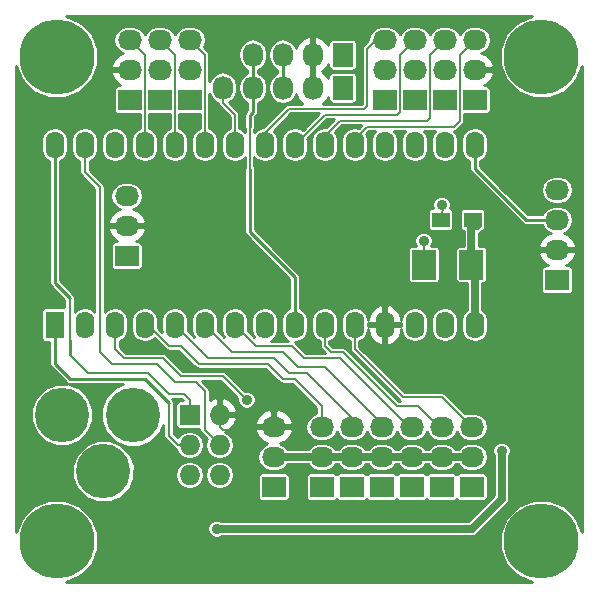
<source format=gtl>
G04 #@! TF.FileFunction,Copper,L1,Top,Signal*
%FSLAX46Y46*%
G04 Gerber Fmt 4.6, Leading zero omitted, Abs format (unit mm)*
G04 Created by KiCad (PCBNEW 4.0.1-stable) date 3/13/2016 11:44:40 AM*
%MOMM*%
G01*
G04 APERTURE LIST*
%ADD10C,0.150000*%
%ADD11C,6.350000*%
%ADD12R,1.574800X2.286000*%
%ADD13O,1.574800X2.286000*%
%ADD14R,1.500000X1.300000*%
%ADD15R,2.000000X2.500000*%
%ADD16C,4.600000*%
%ADD17R,2.032000X1.727200*%
%ADD18O,2.032000X1.727200*%
%ADD19R,1.727200X1.727200*%
%ADD20O,1.727200X1.727200*%
%ADD21R,1.727200X2.032000*%
%ADD22O,1.727200X2.032000*%
%ADD23C,0.889000*%
%ADD24C,0.203200*%
%ADD25C,0.635000*%
%ADD26C,0.254000*%
%ADD27C,0.152400*%
G04 APERTURE END LIST*
D10*
D11*
X4000000Y-45000000D03*
X45000000Y-45000000D03*
X45000000Y-4000000D03*
X4000000Y-4000000D03*
D12*
X3810000Y-26670000D03*
D13*
X6350000Y-26670000D03*
X8890000Y-26670000D03*
X11430000Y-26670000D03*
X13970000Y-26670000D03*
X16510000Y-26670000D03*
X19050000Y-26670000D03*
X21590000Y-26670000D03*
X24130000Y-26670000D03*
X26670000Y-26670000D03*
X29210000Y-26670000D03*
X31750000Y-26670000D03*
X34290000Y-26670000D03*
X36830000Y-26670000D03*
X39370000Y-26670000D03*
X39370000Y-11430000D03*
X36830000Y-11430000D03*
X34290000Y-11430000D03*
X31750000Y-11430000D03*
X29210000Y-11430000D03*
X26670000Y-11430000D03*
X24130000Y-11430000D03*
X21590000Y-11430000D03*
X19050000Y-11430000D03*
X16510000Y-11430000D03*
X13970000Y-11430000D03*
X11430000Y-11430000D03*
X8890000Y-11430000D03*
X6350000Y-11430000D03*
X3810000Y-11430000D03*
D14*
X39196000Y-17780000D03*
X36496000Y-17780000D03*
D15*
X39084000Y-21590000D03*
X35084000Y-21590000D03*
D16*
X4445000Y-34290000D03*
X10445000Y-34290000D03*
X7945000Y-39090000D03*
D17*
X26416000Y-40386000D03*
D18*
X26416000Y-37846000D03*
X26416000Y-35306000D03*
D17*
X28956000Y-40386000D03*
D18*
X28956000Y-37846000D03*
X28956000Y-35306000D03*
D17*
X31496000Y-40386000D03*
D18*
X31496000Y-37846000D03*
X31496000Y-35306000D03*
D17*
X34036000Y-40386000D03*
D18*
X34036000Y-37846000D03*
X34036000Y-35306000D03*
D17*
X36576000Y-40386000D03*
D18*
X36576000Y-37846000D03*
X36576000Y-35306000D03*
D17*
X39116000Y-40386000D03*
D18*
X39116000Y-37846000D03*
X39116000Y-35306000D03*
D19*
X15240000Y-34290000D03*
D20*
X17780000Y-34290000D03*
X15240000Y-36830000D03*
X17780000Y-36830000D03*
X15240000Y-39370000D03*
X17780000Y-39370000D03*
D17*
X10160000Y-7620000D03*
D18*
X10160000Y-5080000D03*
X10160000Y-2540000D03*
D17*
X12700000Y-7620000D03*
D18*
X12700000Y-5080000D03*
X12700000Y-2540000D03*
D17*
X15240000Y-7620000D03*
D18*
X15240000Y-5080000D03*
X15240000Y-2540000D03*
D17*
X31750000Y-7620000D03*
D18*
X31750000Y-5080000D03*
X31750000Y-2540000D03*
D17*
X34290000Y-7620000D03*
D18*
X34290000Y-5080000D03*
X34290000Y-2540000D03*
D17*
X36830000Y-7620000D03*
D18*
X36830000Y-5080000D03*
X36830000Y-2540000D03*
D17*
X39370000Y-7620000D03*
D18*
X39370000Y-5080000D03*
X39370000Y-2540000D03*
D17*
X46355000Y-22860000D03*
D18*
X46355000Y-20320000D03*
X46355000Y-17780000D03*
X46355000Y-15240000D03*
D21*
X28194000Y-6604000D03*
D22*
X25654000Y-6604000D03*
X23114000Y-6604000D03*
X20574000Y-6604000D03*
X18034000Y-6604000D03*
D21*
X28194000Y-3810000D03*
D22*
X25654000Y-3810000D03*
X23114000Y-3810000D03*
X20574000Y-3810000D03*
D17*
X22352000Y-40386000D03*
D18*
X22352000Y-37846000D03*
X22352000Y-35306000D03*
D17*
X9906000Y-20828000D03*
D18*
X9906000Y-18288000D03*
X9906000Y-15748000D03*
D23*
X36576000Y-16510000D03*
X35052000Y-19558000D03*
X41656000Y-37338000D03*
X17526000Y-43942000D03*
X20066000Y-33020000D03*
D24*
X36496000Y-17780000D02*
X36797000Y-16289000D01*
X36797000Y-16289000D02*
X36576000Y-16510000D01*
X35084000Y-21590000D02*
X35117000Y-19623000D01*
X35117000Y-19623000D02*
X35052000Y-19558000D01*
X17780000Y-34290000D02*
X17780000Y-35306000D01*
X18034000Y-35560000D02*
X19050000Y-35560000D01*
X17780000Y-35306000D02*
X18034000Y-35560000D01*
D25*
X41656000Y-41402000D02*
X41656000Y-37338000D01*
X17526000Y-43942000D02*
X39116000Y-43942000D01*
X39116000Y-43942000D02*
X41656000Y-41402000D01*
X39084000Y-21590000D02*
X39084000Y-17892000D01*
X39084000Y-17892000D02*
X39196000Y-17780000D01*
X39370000Y-26670000D02*
X39370000Y-21876000D01*
X39370000Y-21876000D02*
X39084000Y-21590000D01*
X39196000Y-17780000D02*
X39610000Y-18274000D01*
D24*
X10445000Y-34290000D02*
X10445000Y-36099000D01*
X26416000Y-35306000D02*
X26416000Y-33528000D01*
X26416000Y-33528000D02*
X24130000Y-31242000D01*
X24130000Y-31242000D02*
X23114000Y-31242000D01*
X11684000Y-26670000D02*
X13462000Y-28448000D01*
X23114000Y-31242000D02*
X21844000Y-29972000D01*
X21844000Y-29972000D02*
X16002000Y-29972000D01*
X16002000Y-29972000D02*
X14478000Y-28448000D01*
X14478000Y-28448000D02*
X13462000Y-28448000D01*
X11430000Y-26670000D02*
X11684000Y-26670000D01*
X28956000Y-35306000D02*
X28956000Y-34544000D01*
X28956000Y-34544000D02*
X25146000Y-30734000D01*
X25146000Y-30734000D02*
X23622000Y-30734000D01*
X23622000Y-30734000D02*
X22352000Y-29464000D01*
X16764000Y-29464000D02*
X13970000Y-26670000D01*
X22352000Y-29464000D02*
X16764000Y-29464000D01*
X31496000Y-35306000D02*
X31496000Y-35052000D01*
X31496000Y-35052000D02*
X26670000Y-30226000D01*
X26670000Y-30226000D02*
X24384000Y-30226000D01*
X18796000Y-28956000D02*
X16510000Y-26670000D01*
X23114000Y-28956000D02*
X18796000Y-28956000D01*
X24384000Y-30226000D02*
X23114000Y-28956000D01*
X16510000Y-26670000D02*
X16510000Y-26924000D01*
X34036000Y-35306000D02*
X33782000Y-35306000D01*
X33782000Y-35306000D02*
X27940000Y-29464000D01*
X27940000Y-29464000D02*
X24892000Y-29464000D01*
X20828000Y-28448000D02*
X19050000Y-26670000D01*
X23876000Y-28448000D02*
X20828000Y-28448000D01*
X24892000Y-29464000D02*
X23876000Y-28448000D01*
X19050000Y-26670000D02*
X19304000Y-26670000D01*
D26*
X23114000Y-6604000D02*
X23114000Y-3810000D01*
X20574000Y-6604000D02*
X20574000Y-3810000D01*
X20574000Y-6604000D02*
X20574000Y-8636000D01*
X20320000Y-8890000D02*
X20320000Y-9906000D01*
X20574000Y-8636000D02*
X20320000Y-8890000D01*
X24130000Y-26670000D02*
X24130000Y-22606000D01*
X24130000Y-22606000D02*
X20320000Y-18796000D01*
X20320000Y-18796000D02*
X20320000Y-13462000D01*
D27*
X20320000Y-18796000D02*
X24130000Y-22606000D01*
X20320000Y-9906000D02*
X20320000Y-13462000D01*
X20320000Y-13462000D02*
X20320000Y-18796000D01*
X26670000Y-26670000D02*
X26670000Y-28448000D01*
X32766000Y-33528000D02*
X34544000Y-33528000D01*
X28194000Y-28956000D02*
X32766000Y-33528000D01*
X27178000Y-28956000D02*
X28194000Y-28956000D01*
X26670000Y-28448000D02*
X27178000Y-28956000D01*
D24*
X36576000Y-35306000D02*
X36322000Y-35306000D01*
X36322000Y-35306000D02*
X34544000Y-33528000D01*
X26670000Y-26670000D02*
X26670000Y-26924000D01*
D27*
X29210000Y-26670000D02*
X29210000Y-28702000D01*
X36576000Y-32766000D02*
X39116000Y-35306000D01*
X33274000Y-32766000D02*
X36576000Y-32766000D01*
X29210000Y-28702000D02*
X33274000Y-32766000D01*
D24*
X29210000Y-26670000D02*
X29210000Y-26924000D01*
X29210000Y-27686000D02*
X29210000Y-26670000D01*
X29210000Y-26670000D02*
X29210000Y-27178000D01*
D27*
X16510000Y-11430000D02*
X16510000Y-3810000D01*
X16510000Y-3810000D02*
X15240000Y-2540000D01*
X18034000Y-6604000D02*
X18034000Y-7874000D01*
X19050000Y-8890000D02*
X19050000Y-11430000D01*
X18034000Y-7874000D02*
X19050000Y-8890000D01*
X21590000Y-11430000D02*
X21590000Y-10414000D01*
X21590000Y-10414000D02*
X23622000Y-8382000D01*
X23622000Y-8382000D02*
X29972000Y-8382000D01*
X29972000Y-8382000D02*
X30226000Y-8128000D01*
X30226000Y-8128000D02*
X30226000Y-3302000D01*
X30226000Y-3302000D02*
X30988000Y-2540000D01*
X30988000Y-2540000D02*
X31750000Y-2540000D01*
X24130000Y-11430000D02*
X26670000Y-8890000D01*
X33020000Y-3810000D02*
X34290000Y-2540000D01*
X33020000Y-8636000D02*
X33020000Y-3810000D01*
X32766000Y-8890000D02*
X33020000Y-8636000D01*
X26670000Y-8890000D02*
X32766000Y-8890000D01*
X26670000Y-11430000D02*
X26670000Y-10668000D01*
X26670000Y-10668000D02*
X27940000Y-9398000D01*
X35560000Y-9144000D02*
X35560000Y-3810000D01*
X35306000Y-9398000D02*
X35560000Y-9144000D01*
X27940000Y-9398000D02*
X35306000Y-9398000D01*
X35560000Y-3810000D02*
X36830000Y-2540000D01*
X35560000Y-3810000D02*
X36830000Y-2540000D01*
X29210000Y-11430000D02*
X29210000Y-10922000D01*
X29210000Y-10922000D02*
X30226000Y-9906000D01*
X30226000Y-9906000D02*
X37592000Y-9906000D01*
X37592000Y-9906000D02*
X38100000Y-9398000D01*
X38100000Y-9398000D02*
X38100000Y-3810000D01*
X38100000Y-3810000D02*
X39370000Y-2540000D01*
D24*
X15240000Y-34290000D02*
X15240000Y-33020000D01*
X15240000Y-33020000D02*
X14732000Y-32512000D01*
X6604000Y-30734000D02*
X5080000Y-29210000D01*
X11684000Y-30734000D02*
X6604000Y-30734000D01*
X13462000Y-32512000D02*
X11684000Y-30734000D01*
X14732000Y-32512000D02*
X13462000Y-32512000D01*
X5080000Y-27940000D02*
X5080000Y-24384000D01*
D26*
X5080000Y-29210000D02*
X5080000Y-27940000D01*
X3810000Y-11430000D02*
X3810000Y-23114000D01*
X3810000Y-23114000D02*
X5080000Y-24384000D01*
X3810000Y-23114000D02*
X5080000Y-24384000D01*
D24*
X15240000Y-34290000D02*
X15240000Y-33528000D01*
D26*
X13081000Y-32893000D02*
X11430000Y-31242000D01*
X11430000Y-31242000D02*
X5080000Y-31242000D01*
X3810000Y-29972000D02*
X3810000Y-26670000D01*
X5080000Y-31242000D02*
X3810000Y-29972000D01*
X13081000Y-32893000D02*
X13462000Y-33274000D01*
D24*
X15240000Y-36830000D02*
X14224000Y-36830000D01*
X13462000Y-36068000D02*
X13462000Y-33274000D01*
X14224000Y-36830000D02*
X13462000Y-36068000D01*
X17780000Y-36830000D02*
X16510000Y-35560000D01*
X6350000Y-13716000D02*
X6350000Y-11430000D01*
X7620000Y-14986000D02*
X6350000Y-13716000D01*
X7620000Y-28956000D02*
X7620000Y-14986000D01*
X8636000Y-29972000D02*
X7620000Y-28956000D01*
X12446000Y-29972000D02*
X8636000Y-29972000D01*
X13970000Y-31496000D02*
X12446000Y-29972000D01*
X15748000Y-31496000D02*
X13970000Y-31496000D01*
X16510000Y-32258000D02*
X15748000Y-31496000D01*
X16510000Y-35560000D02*
X16510000Y-32258000D01*
D27*
X11430000Y-11430000D02*
X11430000Y-3810000D01*
X11430000Y-3810000D02*
X10160000Y-2540000D01*
X13970000Y-11430000D02*
X13970000Y-3810000D01*
X13970000Y-3810000D02*
X12700000Y-2540000D01*
D26*
X39370000Y-11430000D02*
X39370000Y-13462000D01*
X39370000Y-13462000D02*
X39624000Y-13716000D01*
X46355000Y-17780000D02*
X43688000Y-17780000D01*
X43688000Y-17780000D02*
X39624000Y-13716000D01*
X39624000Y-13716000D02*
X39370000Y-13462000D01*
X39370000Y-11430000D02*
X40005000Y-11430000D01*
D25*
X22352000Y-37846000D02*
X26416000Y-37846000D01*
X26416000Y-37846000D02*
X28956000Y-37846000D01*
X28956000Y-37846000D02*
X31496000Y-37846000D01*
X31496000Y-37846000D02*
X34036000Y-37846000D01*
X34036000Y-37846000D02*
X36576000Y-37846000D01*
X36576000Y-37846000D02*
X39116000Y-37846000D01*
D24*
X8890000Y-26670000D02*
X8890000Y-28702000D01*
X18034000Y-30988000D02*
X20066000Y-33020000D01*
X14478000Y-30988000D02*
X18034000Y-30988000D01*
X12954000Y-29464000D02*
X14478000Y-30988000D01*
X9652000Y-29464000D02*
X12954000Y-29464000D01*
X8890000Y-28702000D02*
X9652000Y-29464000D01*
X8890000Y-26670000D02*
X8890000Y-26924000D01*
D26*
G36*
X43017058Y-1026703D02*
X42030169Y-2011871D01*
X41495410Y-3299714D01*
X41494193Y-4694169D01*
X42026703Y-5982942D01*
X43011871Y-6969831D01*
X44299714Y-7504590D01*
X45694169Y-7505807D01*
X46982942Y-6973297D01*
X47969831Y-5988129D01*
X48479300Y-4761191D01*
X48479300Y-44241679D01*
X47973297Y-43017058D01*
X46988129Y-42030169D01*
X45700286Y-41495410D01*
X44305831Y-41494193D01*
X43017058Y-42026703D01*
X42030169Y-43011871D01*
X41495410Y-44299714D01*
X41494193Y-45694169D01*
X42026703Y-46982942D01*
X43011871Y-47969831D01*
X44238809Y-48479300D01*
X4758321Y-48479300D01*
X5982942Y-47973297D01*
X6969831Y-46988129D01*
X7504590Y-45700286D01*
X7505807Y-44305831D01*
X7418868Y-44095421D01*
X16751166Y-44095421D01*
X16868859Y-44380259D01*
X17086595Y-44598376D01*
X17371227Y-44716565D01*
X17679421Y-44716834D01*
X17964259Y-44599141D01*
X17973717Y-44589700D01*
X39116000Y-44589700D01*
X39363864Y-44540397D01*
X39573993Y-44399993D01*
X42113993Y-41859993D01*
X42254397Y-41649865D01*
X42303700Y-41402000D01*
X42303700Y-37786066D01*
X42312376Y-37777405D01*
X42430565Y-37492773D01*
X42430834Y-37184579D01*
X42313141Y-36899741D01*
X42095405Y-36681624D01*
X41810773Y-36563435D01*
X41502579Y-36563166D01*
X41217741Y-36680859D01*
X40999624Y-36898595D01*
X40881435Y-37183227D01*
X40881166Y-37491421D01*
X40998859Y-37776259D01*
X41008300Y-37785717D01*
X41008300Y-41133714D01*
X38847714Y-43294300D01*
X17974066Y-43294300D01*
X17965405Y-43285624D01*
X17680773Y-43167435D01*
X17372579Y-43167166D01*
X17087741Y-43284859D01*
X16869624Y-43502595D01*
X16751435Y-43787227D01*
X16751166Y-44095421D01*
X7418868Y-44095421D01*
X6973297Y-43017058D01*
X5988129Y-42030169D01*
X4700286Y-41495410D01*
X3305831Y-41494193D01*
X2017058Y-42026703D01*
X1030169Y-43011871D01*
X520700Y-44238809D01*
X520700Y-39610884D01*
X5314344Y-39610884D01*
X5713925Y-40577942D01*
X6453166Y-41318475D01*
X7419526Y-41719743D01*
X8465884Y-41720656D01*
X9432942Y-41321075D01*
X10173475Y-40581834D01*
X10574743Y-39615474D01*
X10574957Y-39370000D01*
X14022812Y-39370000D01*
X14113685Y-39826847D01*
X14372468Y-40214144D01*
X14759765Y-40472927D01*
X15216612Y-40563800D01*
X15263388Y-40563800D01*
X15720235Y-40472927D01*
X16107532Y-40214144D01*
X16366315Y-39826847D01*
X16457188Y-39370000D01*
X16562812Y-39370000D01*
X16653685Y-39826847D01*
X16912468Y-40214144D01*
X17299765Y-40472927D01*
X17756612Y-40563800D01*
X17803388Y-40563800D01*
X18260235Y-40472927D01*
X18647532Y-40214144D01*
X18906315Y-39826847D01*
X18966873Y-39522400D01*
X20999331Y-39522400D01*
X20999331Y-41249600D01*
X21022356Y-41371965D01*
X21094673Y-41484349D01*
X21205017Y-41559744D01*
X21336000Y-41586269D01*
X23368000Y-41586269D01*
X23490365Y-41563244D01*
X23602749Y-41490927D01*
X23678144Y-41380583D01*
X23704669Y-41249600D01*
X23704669Y-39522400D01*
X25063331Y-39522400D01*
X25063331Y-41249600D01*
X25086356Y-41371965D01*
X25158673Y-41484349D01*
X25269017Y-41559744D01*
X25400000Y-41586269D01*
X27432000Y-41586269D01*
X27554365Y-41563244D01*
X27666749Y-41490927D01*
X27685370Y-41463675D01*
X27698673Y-41484349D01*
X27809017Y-41559744D01*
X27940000Y-41586269D01*
X29972000Y-41586269D01*
X30094365Y-41563244D01*
X30206749Y-41490927D01*
X30225370Y-41463675D01*
X30238673Y-41484349D01*
X30349017Y-41559744D01*
X30480000Y-41586269D01*
X32512000Y-41586269D01*
X32634365Y-41563244D01*
X32746749Y-41490927D01*
X32765370Y-41463675D01*
X32778673Y-41484349D01*
X32889017Y-41559744D01*
X33020000Y-41586269D01*
X35052000Y-41586269D01*
X35174365Y-41563244D01*
X35286749Y-41490927D01*
X35305370Y-41463675D01*
X35318673Y-41484349D01*
X35429017Y-41559744D01*
X35560000Y-41586269D01*
X37592000Y-41586269D01*
X37714365Y-41563244D01*
X37826749Y-41490927D01*
X37845370Y-41463675D01*
X37858673Y-41484349D01*
X37969017Y-41559744D01*
X38100000Y-41586269D01*
X40132000Y-41586269D01*
X40254365Y-41563244D01*
X40366749Y-41490927D01*
X40442144Y-41380583D01*
X40468669Y-41249600D01*
X40468669Y-39522400D01*
X40445644Y-39400035D01*
X40373327Y-39287651D01*
X40262983Y-39212256D01*
X40132000Y-39185731D01*
X38100000Y-39185731D01*
X37977635Y-39208756D01*
X37865251Y-39281073D01*
X37846630Y-39308325D01*
X37833327Y-39287651D01*
X37722983Y-39212256D01*
X37592000Y-39185731D01*
X35560000Y-39185731D01*
X35437635Y-39208756D01*
X35325251Y-39281073D01*
X35306630Y-39308325D01*
X35293327Y-39287651D01*
X35182983Y-39212256D01*
X35052000Y-39185731D01*
X33020000Y-39185731D01*
X32897635Y-39208756D01*
X32785251Y-39281073D01*
X32766630Y-39308325D01*
X32753327Y-39287651D01*
X32642983Y-39212256D01*
X32512000Y-39185731D01*
X30480000Y-39185731D01*
X30357635Y-39208756D01*
X30245251Y-39281073D01*
X30226630Y-39308325D01*
X30213327Y-39287651D01*
X30102983Y-39212256D01*
X29972000Y-39185731D01*
X27940000Y-39185731D01*
X27817635Y-39208756D01*
X27705251Y-39281073D01*
X27686630Y-39308325D01*
X27673327Y-39287651D01*
X27562983Y-39212256D01*
X27432000Y-39185731D01*
X25400000Y-39185731D01*
X25277635Y-39208756D01*
X25165251Y-39281073D01*
X25089856Y-39391417D01*
X25063331Y-39522400D01*
X23704669Y-39522400D01*
X23681644Y-39400035D01*
X23609327Y-39287651D01*
X23498983Y-39212256D01*
X23368000Y-39185731D01*
X21336000Y-39185731D01*
X21213635Y-39208756D01*
X21101251Y-39281073D01*
X21025856Y-39391417D01*
X20999331Y-39522400D01*
X18966873Y-39522400D01*
X18997188Y-39370000D01*
X18906315Y-38913153D01*
X18647532Y-38525856D01*
X18260235Y-38267073D01*
X17803388Y-38176200D01*
X17756612Y-38176200D01*
X17299765Y-38267073D01*
X16912468Y-38525856D01*
X16653685Y-38913153D01*
X16562812Y-39370000D01*
X16457188Y-39370000D01*
X16366315Y-38913153D01*
X16107532Y-38525856D01*
X15720235Y-38267073D01*
X15263388Y-38176200D01*
X15216612Y-38176200D01*
X14759765Y-38267073D01*
X14372468Y-38525856D01*
X14113685Y-38913153D01*
X14022812Y-39370000D01*
X10574957Y-39370000D01*
X10575656Y-38569116D01*
X10176075Y-37602058D01*
X9436834Y-36861525D01*
X8470474Y-36460257D01*
X7424116Y-36459344D01*
X6457058Y-36858925D01*
X5716525Y-37598166D01*
X5315257Y-38564526D01*
X5314344Y-39610884D01*
X520700Y-39610884D01*
X520700Y-34810884D01*
X1814344Y-34810884D01*
X2213925Y-35777942D01*
X2953166Y-36518475D01*
X3919526Y-36919743D01*
X4965884Y-36920656D01*
X5932942Y-36521075D01*
X6673475Y-35781834D01*
X7074743Y-34815474D01*
X7075656Y-33769116D01*
X6676075Y-32802058D01*
X5936834Y-32061525D01*
X5049785Y-31693190D01*
X5080000Y-31699200D01*
X9561604Y-31699200D01*
X8899581Y-31972742D01*
X8130443Y-32740539D01*
X7713675Y-33744227D01*
X7712727Y-34831005D01*
X8127742Y-35835419D01*
X8895539Y-36604557D01*
X9899227Y-37021325D01*
X10986005Y-37022273D01*
X11990419Y-36607258D01*
X12759557Y-35839461D01*
X13030200Y-35187681D01*
X13030200Y-36068000D01*
X13063069Y-36233243D01*
X13156553Y-36373153D01*
X13156671Y-36373329D01*
X13918671Y-37135329D01*
X14058757Y-37228931D01*
X14086173Y-37234385D01*
X14103953Y-37237921D01*
X14113685Y-37286847D01*
X14372468Y-37674144D01*
X14759765Y-37932927D01*
X15216612Y-38023800D01*
X15263388Y-38023800D01*
X15720235Y-37932927D01*
X16107532Y-37674144D01*
X16366315Y-37286847D01*
X16457188Y-36830000D01*
X16366315Y-36373153D01*
X16107532Y-35985856D01*
X15720235Y-35727073D01*
X15263388Y-35636200D01*
X15216612Y-35636200D01*
X14759765Y-35727073D01*
X14372468Y-35985856D01*
X14219479Y-36214821D01*
X13893800Y-35889142D01*
X13893800Y-33401694D01*
X13919199Y-33274000D01*
X13884398Y-33099037D01*
X13785289Y-32950711D01*
X13778378Y-32943800D01*
X14553142Y-32943800D01*
X14699074Y-33089731D01*
X14376400Y-33089731D01*
X14254035Y-33112756D01*
X14141651Y-33185073D01*
X14066256Y-33295417D01*
X14039731Y-33426400D01*
X14039731Y-35153600D01*
X14062756Y-35275965D01*
X14135073Y-35388349D01*
X14245417Y-35463744D01*
X14376400Y-35490269D01*
X16078200Y-35490269D01*
X16078200Y-35560000D01*
X16111069Y-35725243D01*
X16148882Y-35781834D01*
X16204671Y-35865329D01*
X16677241Y-36337899D01*
X16653685Y-36373153D01*
X16562812Y-36830000D01*
X16653685Y-37286847D01*
X16912468Y-37674144D01*
X17299765Y-37932927D01*
X17756612Y-38023800D01*
X17803388Y-38023800D01*
X18260235Y-37932927D01*
X18647532Y-37674144D01*
X18906315Y-37286847D01*
X18997188Y-36830000D01*
X18906315Y-36373153D01*
X18647532Y-35985856D01*
X18260235Y-35727073D01*
X18201947Y-35715479D01*
X18309596Y-35665026D01*
X20744642Y-35665026D01*
X20747291Y-35680791D01*
X21001268Y-36208036D01*
X21437680Y-36597954D01*
X21803185Y-36725806D01*
X21716379Y-36743073D01*
X21329082Y-37001856D01*
X21070299Y-37389153D01*
X20979426Y-37846000D01*
X21070299Y-38302847D01*
X21329082Y-38690144D01*
X21716379Y-38948927D01*
X22173226Y-39039800D01*
X22530774Y-39039800D01*
X22987621Y-38948927D01*
X23374918Y-38690144D01*
X23506177Y-38493700D01*
X25261823Y-38493700D01*
X25393082Y-38690144D01*
X25780379Y-38948927D01*
X26237226Y-39039800D01*
X26594774Y-39039800D01*
X27051621Y-38948927D01*
X27438918Y-38690144D01*
X27570177Y-38493700D01*
X27801823Y-38493700D01*
X27933082Y-38690144D01*
X28320379Y-38948927D01*
X28777226Y-39039800D01*
X29134774Y-39039800D01*
X29591621Y-38948927D01*
X29978918Y-38690144D01*
X30110177Y-38493700D01*
X30341823Y-38493700D01*
X30473082Y-38690144D01*
X30860379Y-38948927D01*
X31317226Y-39039800D01*
X31674774Y-39039800D01*
X32131621Y-38948927D01*
X32518918Y-38690144D01*
X32650177Y-38493700D01*
X32881823Y-38493700D01*
X33013082Y-38690144D01*
X33400379Y-38948927D01*
X33857226Y-39039800D01*
X34214774Y-39039800D01*
X34671621Y-38948927D01*
X35058918Y-38690144D01*
X35190177Y-38493700D01*
X35421823Y-38493700D01*
X35553082Y-38690144D01*
X35940379Y-38948927D01*
X36397226Y-39039800D01*
X36754774Y-39039800D01*
X37211621Y-38948927D01*
X37598918Y-38690144D01*
X37730177Y-38493700D01*
X37961823Y-38493700D01*
X38093082Y-38690144D01*
X38480379Y-38948927D01*
X38937226Y-39039800D01*
X39294774Y-39039800D01*
X39751621Y-38948927D01*
X40138918Y-38690144D01*
X40397701Y-38302847D01*
X40488574Y-37846000D01*
X40397701Y-37389153D01*
X40138918Y-37001856D01*
X39751621Y-36743073D01*
X39294774Y-36652200D01*
X38937226Y-36652200D01*
X38480379Y-36743073D01*
X38093082Y-37001856D01*
X37961823Y-37198300D01*
X37730177Y-37198300D01*
X37598918Y-37001856D01*
X37211621Y-36743073D01*
X36754774Y-36652200D01*
X36397226Y-36652200D01*
X35940379Y-36743073D01*
X35553082Y-37001856D01*
X35421823Y-37198300D01*
X35190177Y-37198300D01*
X35058918Y-37001856D01*
X34671621Y-36743073D01*
X34214774Y-36652200D01*
X33857226Y-36652200D01*
X33400379Y-36743073D01*
X33013082Y-37001856D01*
X32881823Y-37198300D01*
X32650177Y-37198300D01*
X32518918Y-37001856D01*
X32131621Y-36743073D01*
X31674774Y-36652200D01*
X31317226Y-36652200D01*
X30860379Y-36743073D01*
X30473082Y-37001856D01*
X30341823Y-37198300D01*
X30110177Y-37198300D01*
X29978918Y-37001856D01*
X29591621Y-36743073D01*
X29134774Y-36652200D01*
X28777226Y-36652200D01*
X28320379Y-36743073D01*
X27933082Y-37001856D01*
X27801823Y-37198300D01*
X27570177Y-37198300D01*
X27438918Y-37001856D01*
X27051621Y-36743073D01*
X26594774Y-36652200D01*
X26237226Y-36652200D01*
X25780379Y-36743073D01*
X25393082Y-37001856D01*
X25261823Y-37198300D01*
X23506177Y-37198300D01*
X23374918Y-37001856D01*
X22987621Y-36743073D01*
X22900815Y-36725806D01*
X23266320Y-36597954D01*
X23702732Y-36208036D01*
X23956709Y-35680791D01*
X23959358Y-35665026D01*
X23838217Y-35433000D01*
X22479000Y-35433000D01*
X22479000Y-35453000D01*
X22225000Y-35453000D01*
X22225000Y-35433000D01*
X20865783Y-35433000D01*
X20744642Y-35665026D01*
X18309596Y-35665026D01*
X18668490Y-35496821D01*
X19062688Y-35064947D01*
X19111551Y-34946974D01*
X20744642Y-34946974D01*
X20865783Y-35179000D01*
X22225000Y-35179000D01*
X22225000Y-33965076D01*
X22479000Y-33965076D01*
X22479000Y-35179000D01*
X23838217Y-35179000D01*
X23959358Y-34946974D01*
X23956709Y-34931209D01*
X23702732Y-34403964D01*
X23266320Y-34014046D01*
X22713913Y-33820816D01*
X22479000Y-33965076D01*
X22225000Y-33965076D01*
X21990087Y-33820816D01*
X21437680Y-34014046D01*
X21001268Y-34403964D01*
X20747291Y-34931209D01*
X20744642Y-34946974D01*
X19111551Y-34946974D01*
X19234958Y-34649026D01*
X19113817Y-34417000D01*
X17907000Y-34417000D01*
X17907000Y-34437000D01*
X17653000Y-34437000D01*
X17653000Y-34417000D01*
X17633000Y-34417000D01*
X17633000Y-34163000D01*
X17653000Y-34163000D01*
X17653000Y-32955531D01*
X17907000Y-32955531D01*
X17907000Y-34163000D01*
X19113817Y-34163000D01*
X19234958Y-33930974D01*
X19062688Y-33515053D01*
X18668490Y-33083179D01*
X18139027Y-32835032D01*
X17907000Y-32955531D01*
X17653000Y-32955531D01*
X17420973Y-32835032D01*
X16941800Y-33059609D01*
X16941800Y-32258005D01*
X16941801Y-32258000D01*
X16908931Y-32092758D01*
X16908931Y-32092757D01*
X16815329Y-31952671D01*
X16282458Y-31419800D01*
X17855142Y-31419800D01*
X19294115Y-32858773D01*
X19291435Y-32865227D01*
X19291166Y-33173421D01*
X19408859Y-33458259D01*
X19626595Y-33676376D01*
X19911227Y-33794565D01*
X20219421Y-33794834D01*
X20504259Y-33677141D01*
X20722376Y-33459405D01*
X20840565Y-33174773D01*
X20840834Y-32866579D01*
X20723141Y-32581741D01*
X20505405Y-32363624D01*
X20220773Y-32245435D01*
X19912579Y-32245166D01*
X19904969Y-32248311D01*
X18339329Y-30682671D01*
X18199243Y-30589069D01*
X18034000Y-30556200D01*
X14656857Y-30556200D01*
X13259329Y-29158671D01*
X13119243Y-29065069D01*
X12954000Y-29032200D01*
X9830858Y-29032200D01*
X9321800Y-28523142D01*
X9321800Y-28084242D01*
X9680263Y-27844725D01*
X9922528Y-27482149D01*
X10007600Y-27054462D01*
X10007600Y-26285538D01*
X9922528Y-25857851D01*
X9680263Y-25495275D01*
X9317687Y-25253010D01*
X8890000Y-25167938D01*
X8462313Y-25253010D01*
X8099737Y-25495275D01*
X8051800Y-25567018D01*
X8051800Y-18647026D01*
X8298642Y-18647026D01*
X8301291Y-18662791D01*
X8555268Y-19190036D01*
X8991680Y-19579954D01*
X9128265Y-19627731D01*
X8890000Y-19627731D01*
X8767635Y-19650756D01*
X8655251Y-19723073D01*
X8579856Y-19833417D01*
X8553331Y-19964400D01*
X8553331Y-21691600D01*
X8576356Y-21813965D01*
X8648673Y-21926349D01*
X8759017Y-22001744D01*
X8890000Y-22028269D01*
X10922000Y-22028269D01*
X11044365Y-22005244D01*
X11156749Y-21932927D01*
X11232144Y-21822583D01*
X11258669Y-21691600D01*
X11258669Y-19964400D01*
X11235644Y-19842035D01*
X11163327Y-19729651D01*
X11052983Y-19654256D01*
X10922000Y-19627731D01*
X10683735Y-19627731D01*
X10820320Y-19579954D01*
X11256732Y-19190036D01*
X11510709Y-18662791D01*
X11513358Y-18647026D01*
X11392217Y-18415000D01*
X10033000Y-18415000D01*
X10033000Y-18435000D01*
X9779000Y-18435000D01*
X9779000Y-18415000D01*
X8419783Y-18415000D01*
X8298642Y-18647026D01*
X8051800Y-18647026D01*
X8051800Y-17928974D01*
X8298642Y-17928974D01*
X8419783Y-18161000D01*
X9779000Y-18161000D01*
X9779000Y-18141000D01*
X10033000Y-18141000D01*
X10033000Y-18161000D01*
X11392217Y-18161000D01*
X11513358Y-17928974D01*
X11510709Y-17913209D01*
X11256732Y-17385964D01*
X10820320Y-16996046D01*
X10454815Y-16868194D01*
X10541621Y-16850927D01*
X10928918Y-16592144D01*
X11187701Y-16204847D01*
X11278574Y-15748000D01*
X11187701Y-15291153D01*
X10928918Y-14903856D01*
X10541621Y-14645073D01*
X10084774Y-14554200D01*
X9727226Y-14554200D01*
X9270379Y-14645073D01*
X8883082Y-14903856D01*
X8624299Y-15291153D01*
X8533426Y-15748000D01*
X8624299Y-16204847D01*
X8883082Y-16592144D01*
X9270379Y-16850927D01*
X9357185Y-16868194D01*
X8991680Y-16996046D01*
X8555268Y-17385964D01*
X8301291Y-17913209D01*
X8298642Y-17928974D01*
X8051800Y-17928974D01*
X8051800Y-14986000D01*
X8018931Y-14820757D01*
X7925329Y-14680671D01*
X6781800Y-13537142D01*
X6781800Y-12844242D01*
X7140263Y-12604725D01*
X7382528Y-12242149D01*
X7467600Y-11814462D01*
X7467600Y-11045538D01*
X7772400Y-11045538D01*
X7772400Y-11814462D01*
X7857472Y-12242149D01*
X8099737Y-12604725D01*
X8462313Y-12846990D01*
X8890000Y-12932062D01*
X9317687Y-12846990D01*
X9680263Y-12604725D01*
X9922528Y-12242149D01*
X10007600Y-11814462D01*
X10007600Y-11045538D01*
X9922528Y-10617851D01*
X9680263Y-10255275D01*
X9317687Y-10013010D01*
X8890000Y-9927938D01*
X8462313Y-10013010D01*
X8099737Y-10255275D01*
X7857472Y-10617851D01*
X7772400Y-11045538D01*
X7467600Y-11045538D01*
X7382528Y-10617851D01*
X7140263Y-10255275D01*
X6777687Y-10013010D01*
X6350000Y-9927938D01*
X5922313Y-10013010D01*
X5559737Y-10255275D01*
X5317472Y-10617851D01*
X5232400Y-11045538D01*
X5232400Y-11814462D01*
X5317472Y-12242149D01*
X5559737Y-12604725D01*
X5918200Y-12844242D01*
X5918200Y-13716000D01*
X5951069Y-13881243D01*
X5957564Y-13890963D01*
X6044671Y-14021329D01*
X7188200Y-15164858D01*
X7188200Y-25567018D01*
X7140263Y-25495275D01*
X6777687Y-25253010D01*
X6350000Y-25167938D01*
X5922313Y-25253010D01*
X5559737Y-25495275D01*
X5511800Y-25567018D01*
X5511800Y-24511696D01*
X5537200Y-24384000D01*
X5502398Y-24209037D01*
X5403289Y-24060711D01*
X4267200Y-22924622D01*
X4267200Y-12827270D01*
X4600263Y-12604725D01*
X4842528Y-12242149D01*
X4927600Y-11814462D01*
X4927600Y-11045538D01*
X4842528Y-10617851D01*
X4600263Y-10255275D01*
X4237687Y-10013010D01*
X3810000Y-9927938D01*
X3382313Y-10013010D01*
X3019737Y-10255275D01*
X2777472Y-10617851D01*
X2692400Y-11045538D01*
X2692400Y-11814462D01*
X2777472Y-12242149D01*
X3019737Y-12604725D01*
X3352800Y-12827270D01*
X3352800Y-23114000D01*
X3387602Y-23288963D01*
X3486711Y-23437289D01*
X4648200Y-24598778D01*
X4648200Y-25200618D01*
X4597400Y-25190331D01*
X3022600Y-25190331D01*
X2900235Y-25213356D01*
X2787851Y-25285673D01*
X2712456Y-25396017D01*
X2685931Y-25527000D01*
X2685931Y-27813000D01*
X2708956Y-27935365D01*
X2781273Y-28047749D01*
X2891617Y-28123144D01*
X3022600Y-28149669D01*
X3352800Y-28149669D01*
X3352800Y-29972000D01*
X3387602Y-30146963D01*
X3486711Y-30295289D01*
X4756711Y-31565289D01*
X4898746Y-31660194D01*
X3924116Y-31659344D01*
X2957058Y-32058925D01*
X2216525Y-32798166D01*
X1815257Y-33764526D01*
X1814344Y-34810884D01*
X520700Y-34810884D01*
X520700Y-4758321D01*
X1026703Y-5982942D01*
X2011871Y-6969831D01*
X3299714Y-7504590D01*
X4694169Y-7505807D01*
X5982942Y-6973297D01*
X6969831Y-5988129D01*
X7495999Y-4720974D01*
X8552642Y-4720974D01*
X8673783Y-4953000D01*
X10033000Y-4953000D01*
X10033000Y-4933000D01*
X10287000Y-4933000D01*
X10287000Y-4953000D01*
X10307000Y-4953000D01*
X10307000Y-5207000D01*
X10287000Y-5207000D01*
X10287000Y-5227000D01*
X10033000Y-5227000D01*
X10033000Y-5207000D01*
X8673783Y-5207000D01*
X8552642Y-5439026D01*
X8555291Y-5454791D01*
X8809268Y-5982036D01*
X9245680Y-6371954D01*
X9382265Y-6419731D01*
X9144000Y-6419731D01*
X9021635Y-6442756D01*
X8909251Y-6515073D01*
X8833856Y-6625417D01*
X8807331Y-6756400D01*
X8807331Y-8483600D01*
X8830356Y-8605965D01*
X8902673Y-8718349D01*
X9013017Y-8793744D01*
X9144000Y-8820269D01*
X11023600Y-8820269D01*
X11023600Y-10008776D01*
X11002313Y-10013010D01*
X10639737Y-10255275D01*
X10397472Y-10617851D01*
X10312400Y-11045538D01*
X10312400Y-11814462D01*
X10397472Y-12242149D01*
X10639737Y-12604725D01*
X11002313Y-12846990D01*
X11430000Y-12932062D01*
X11857687Y-12846990D01*
X12220263Y-12604725D01*
X12462528Y-12242149D01*
X12547600Y-11814462D01*
X12547600Y-11045538D01*
X12462528Y-10617851D01*
X12220263Y-10255275D01*
X11857687Y-10013010D01*
X11836400Y-10008776D01*
X11836400Y-8820269D01*
X13563600Y-8820269D01*
X13563600Y-10008776D01*
X13542313Y-10013010D01*
X13179737Y-10255275D01*
X12937472Y-10617851D01*
X12852400Y-11045538D01*
X12852400Y-11814462D01*
X12937472Y-12242149D01*
X13179737Y-12604725D01*
X13542313Y-12846990D01*
X13970000Y-12932062D01*
X14397687Y-12846990D01*
X14760263Y-12604725D01*
X15002528Y-12242149D01*
X15087600Y-11814462D01*
X15087600Y-11045538D01*
X15002528Y-10617851D01*
X14760263Y-10255275D01*
X14397687Y-10013010D01*
X14376400Y-10008776D01*
X14376400Y-8820269D01*
X16103600Y-8820269D01*
X16103600Y-10008776D01*
X16082313Y-10013010D01*
X15719737Y-10255275D01*
X15477472Y-10617851D01*
X15392400Y-11045538D01*
X15392400Y-11814462D01*
X15477472Y-12242149D01*
X15719737Y-12604725D01*
X16082313Y-12846990D01*
X16510000Y-12932062D01*
X16937687Y-12846990D01*
X17300263Y-12604725D01*
X17542528Y-12242149D01*
X17627600Y-11814462D01*
X17627600Y-11045538D01*
X17542528Y-10617851D01*
X17300263Y-10255275D01*
X16937687Y-10013010D01*
X16916400Y-10008776D01*
X16916400Y-7165855D01*
X16931073Y-7239621D01*
X17189856Y-7626918D01*
X17577153Y-7885701D01*
X17632102Y-7896631D01*
X17658535Y-8029523D01*
X17699090Y-8090217D01*
X17746632Y-8161368D01*
X18643600Y-9058336D01*
X18643600Y-10008776D01*
X18622313Y-10013010D01*
X18259737Y-10255275D01*
X18017472Y-10617851D01*
X17932400Y-11045538D01*
X17932400Y-11814462D01*
X18017472Y-12242149D01*
X18259737Y-12604725D01*
X18622313Y-12846990D01*
X19050000Y-12932062D01*
X19477687Y-12846990D01*
X19840263Y-12604725D01*
X19913600Y-12494968D01*
X19913600Y-13263094D01*
X19897602Y-13287037D01*
X19862800Y-13462000D01*
X19862800Y-18796000D01*
X19897602Y-18970963D01*
X19996711Y-19119289D01*
X23672800Y-22795378D01*
X23672800Y-25272730D01*
X23339737Y-25495275D01*
X23097472Y-25857851D01*
X23012400Y-26285538D01*
X23012400Y-27054462D01*
X23097472Y-27482149D01*
X23339737Y-27844725D01*
X23596368Y-28016200D01*
X22123632Y-28016200D01*
X22380263Y-27844725D01*
X22622528Y-27482149D01*
X22707600Y-27054462D01*
X22707600Y-26285538D01*
X22622528Y-25857851D01*
X22380263Y-25495275D01*
X22017687Y-25253010D01*
X21590000Y-25167938D01*
X21162313Y-25253010D01*
X20799737Y-25495275D01*
X20557472Y-25857851D01*
X20472400Y-26285538D01*
X20472400Y-27054462D01*
X20557472Y-27482149D01*
X20727958Y-27737300D01*
X20147279Y-27156621D01*
X20167600Y-27054462D01*
X20167600Y-26285538D01*
X20082528Y-25857851D01*
X19840263Y-25495275D01*
X19477687Y-25253010D01*
X19050000Y-25167938D01*
X18622313Y-25253010D01*
X18259737Y-25495275D01*
X18017472Y-25857851D01*
X17932400Y-26285538D01*
X17932400Y-27054462D01*
X18017472Y-27482149D01*
X18187958Y-27737300D01*
X17607279Y-27156621D01*
X17627600Y-27054462D01*
X17627600Y-26285538D01*
X17542528Y-25857851D01*
X17300263Y-25495275D01*
X16937687Y-25253010D01*
X16510000Y-25167938D01*
X16082313Y-25253010D01*
X15719737Y-25495275D01*
X15477472Y-25857851D01*
X15392400Y-26285538D01*
X15392400Y-27054462D01*
X15477472Y-27482149D01*
X15647959Y-27737302D01*
X15067279Y-27156622D01*
X15087600Y-27054462D01*
X15087600Y-26285538D01*
X15002528Y-25857851D01*
X14760263Y-25495275D01*
X14397687Y-25253010D01*
X13970000Y-25167938D01*
X13542313Y-25253010D01*
X13179737Y-25495275D01*
X12937472Y-25857851D01*
X12852400Y-26285538D01*
X12852400Y-27054462D01*
X12895426Y-27270768D01*
X12547600Y-26922942D01*
X12547600Y-26285538D01*
X12462528Y-25857851D01*
X12220263Y-25495275D01*
X11857687Y-25253010D01*
X11430000Y-25167938D01*
X11002313Y-25253010D01*
X10639737Y-25495275D01*
X10397472Y-25857851D01*
X10312400Y-26285538D01*
X10312400Y-27054462D01*
X10397472Y-27482149D01*
X10639737Y-27844725D01*
X11002313Y-28086990D01*
X11430000Y-28172062D01*
X11857687Y-28086990D01*
X12220263Y-27844725D01*
X12231400Y-27828058D01*
X13156671Y-28753329D01*
X13296757Y-28846931D01*
X13324173Y-28852385D01*
X13462000Y-28879801D01*
X13462005Y-28879800D01*
X14299142Y-28879800D01*
X15696669Y-30277326D01*
X15696671Y-30277329D01*
X15836757Y-30370931D01*
X16002000Y-30403800D01*
X21665142Y-30403800D01*
X22808671Y-31547329D01*
X22948757Y-31640931D01*
X23114000Y-31673800D01*
X23951142Y-31673800D01*
X25984200Y-33706858D01*
X25984200Y-34162530D01*
X25780379Y-34203073D01*
X25393082Y-34461856D01*
X25134299Y-34849153D01*
X25043426Y-35306000D01*
X25134299Y-35762847D01*
X25393082Y-36150144D01*
X25780379Y-36408927D01*
X26237226Y-36499800D01*
X26594774Y-36499800D01*
X27051621Y-36408927D01*
X27438918Y-36150144D01*
X27686000Y-35780359D01*
X27933082Y-36150144D01*
X28320379Y-36408927D01*
X28777226Y-36499800D01*
X29134774Y-36499800D01*
X29591621Y-36408927D01*
X29978918Y-36150144D01*
X30226000Y-35780359D01*
X30473082Y-36150144D01*
X30860379Y-36408927D01*
X31317226Y-36499800D01*
X31674774Y-36499800D01*
X32131621Y-36408927D01*
X32518918Y-36150144D01*
X32766000Y-35780359D01*
X33013082Y-36150144D01*
X33400379Y-36408927D01*
X33857226Y-36499800D01*
X34214774Y-36499800D01*
X34671621Y-36408927D01*
X35058918Y-36150144D01*
X35306000Y-35780359D01*
X35553082Y-36150144D01*
X35940379Y-36408927D01*
X36397226Y-36499800D01*
X36754774Y-36499800D01*
X37211621Y-36408927D01*
X37598918Y-36150144D01*
X37846000Y-35780359D01*
X38093082Y-36150144D01*
X38480379Y-36408927D01*
X38937226Y-36499800D01*
X39294774Y-36499800D01*
X39751621Y-36408927D01*
X40138918Y-36150144D01*
X40397701Y-35762847D01*
X40488574Y-35306000D01*
X40397701Y-34849153D01*
X40138918Y-34461856D01*
X39751621Y-34203073D01*
X39294774Y-34112200D01*
X38937226Y-34112200D01*
X38569986Y-34185249D01*
X36863368Y-32478632D01*
X36780473Y-32423243D01*
X36731523Y-32390535D01*
X36576000Y-32359600D01*
X33442336Y-32359600D01*
X29616400Y-28533664D01*
X29616400Y-28091224D01*
X29637687Y-28086990D01*
X30000263Y-27844725D01*
X30242528Y-27482149D01*
X30327600Y-27054462D01*
X30327600Y-27152600D01*
X30484475Y-27687262D01*
X30834014Y-28121191D01*
X31323004Y-28388327D01*
X31402940Y-28405010D01*
X31623000Y-28282852D01*
X31623000Y-26797000D01*
X30327600Y-26797000D01*
X30327600Y-26543000D01*
X31623000Y-26543000D01*
X31623000Y-25057148D01*
X31877000Y-25057148D01*
X31877000Y-26543000D01*
X33172400Y-26543000D01*
X33172400Y-26797000D01*
X31877000Y-26797000D01*
X31877000Y-28282852D01*
X32097060Y-28405010D01*
X32176996Y-28388327D01*
X32665986Y-28121191D01*
X33015525Y-27687262D01*
X33172400Y-27152600D01*
X33172400Y-27054462D01*
X33257472Y-27482149D01*
X33499737Y-27844725D01*
X33862313Y-28086990D01*
X34290000Y-28172062D01*
X34717687Y-28086990D01*
X35080263Y-27844725D01*
X35322528Y-27482149D01*
X35407600Y-27054462D01*
X35407600Y-26285538D01*
X35712400Y-26285538D01*
X35712400Y-27054462D01*
X35797472Y-27482149D01*
X36039737Y-27844725D01*
X36402313Y-28086990D01*
X36830000Y-28172062D01*
X37257687Y-28086990D01*
X37620263Y-27844725D01*
X37862528Y-27482149D01*
X37947600Y-27054462D01*
X37947600Y-26285538D01*
X37862528Y-25857851D01*
X37620263Y-25495275D01*
X37257687Y-25253010D01*
X36830000Y-25167938D01*
X36402313Y-25253010D01*
X36039737Y-25495275D01*
X35797472Y-25857851D01*
X35712400Y-26285538D01*
X35407600Y-26285538D01*
X35322528Y-25857851D01*
X35080263Y-25495275D01*
X34717687Y-25253010D01*
X34290000Y-25167938D01*
X33862313Y-25253010D01*
X33499737Y-25495275D01*
X33257472Y-25857851D01*
X33172400Y-26285538D01*
X33172400Y-26187400D01*
X33015525Y-25652738D01*
X32665986Y-25218809D01*
X32176996Y-24951673D01*
X32097060Y-24934990D01*
X31877000Y-25057148D01*
X31623000Y-25057148D01*
X31402940Y-24934990D01*
X31323004Y-24951673D01*
X30834014Y-25218809D01*
X30484475Y-25652738D01*
X30327600Y-26187400D01*
X30327600Y-26285538D01*
X30242528Y-25857851D01*
X30000263Y-25495275D01*
X29637687Y-25253010D01*
X29210000Y-25167938D01*
X28782313Y-25253010D01*
X28419737Y-25495275D01*
X28177472Y-25857851D01*
X28092400Y-26285538D01*
X28092400Y-27054462D01*
X28177472Y-27482149D01*
X28419737Y-27844725D01*
X28782313Y-28086990D01*
X28803600Y-28091224D01*
X28803600Y-28702000D01*
X28834535Y-28857523D01*
X28849421Y-28879801D01*
X28922632Y-28989368D01*
X32986632Y-33053368D01*
X33088747Y-33121600D01*
X32934336Y-33121600D01*
X28481368Y-28668632D01*
X28398473Y-28613243D01*
X28349523Y-28580535D01*
X28194000Y-28549600D01*
X27346337Y-28549600D01*
X27076400Y-28279664D01*
X27076400Y-28091224D01*
X27097687Y-28086990D01*
X27460263Y-27844725D01*
X27702528Y-27482149D01*
X27787600Y-27054462D01*
X27787600Y-26285538D01*
X27702528Y-25857851D01*
X27460263Y-25495275D01*
X27097687Y-25253010D01*
X26670000Y-25167938D01*
X26242313Y-25253010D01*
X25879737Y-25495275D01*
X25637472Y-25857851D01*
X25552400Y-26285538D01*
X25552400Y-27054462D01*
X25637472Y-27482149D01*
X25879737Y-27844725D01*
X26242313Y-28086990D01*
X26263600Y-28091224D01*
X26263600Y-28448000D01*
X26294535Y-28603523D01*
X26338040Y-28668632D01*
X26382632Y-28735368D01*
X26679463Y-29032200D01*
X25070858Y-29032200D01*
X24197328Y-28158670D01*
X24557687Y-28086990D01*
X24920263Y-27844725D01*
X25162528Y-27482149D01*
X25247600Y-27054462D01*
X25247600Y-26285538D01*
X25162528Y-25857851D01*
X24920263Y-25495275D01*
X24587200Y-25272730D01*
X24587200Y-22606000D01*
X24552398Y-22431037D01*
X24453289Y-22282711D01*
X22510578Y-20340000D01*
X33747331Y-20340000D01*
X33747331Y-22840000D01*
X33770356Y-22962365D01*
X33842673Y-23074749D01*
X33953017Y-23150144D01*
X34084000Y-23176669D01*
X36084000Y-23176669D01*
X36206365Y-23153644D01*
X36318749Y-23081327D01*
X36394144Y-22970983D01*
X36420669Y-22840000D01*
X36420669Y-20340000D01*
X37747331Y-20340000D01*
X37747331Y-22840000D01*
X37770356Y-22962365D01*
X37842673Y-23074749D01*
X37953017Y-23150144D01*
X38084000Y-23176669D01*
X38722300Y-23176669D01*
X38722300Y-25400018D01*
X38579737Y-25495275D01*
X38337472Y-25857851D01*
X38252400Y-26285538D01*
X38252400Y-27054462D01*
X38337472Y-27482149D01*
X38579737Y-27844725D01*
X38942313Y-28086990D01*
X39370000Y-28172062D01*
X39797687Y-28086990D01*
X40160263Y-27844725D01*
X40402528Y-27482149D01*
X40487600Y-27054462D01*
X40487600Y-26285538D01*
X40402528Y-25857851D01*
X40160263Y-25495275D01*
X40017700Y-25400018D01*
X40017700Y-23176669D01*
X40084000Y-23176669D01*
X40206365Y-23153644D01*
X40318749Y-23081327D01*
X40394144Y-22970983D01*
X40420669Y-22840000D01*
X40420669Y-20679026D01*
X44747642Y-20679026D01*
X44750291Y-20694791D01*
X45004268Y-21222036D01*
X45440680Y-21611954D01*
X45577265Y-21659731D01*
X45339000Y-21659731D01*
X45216635Y-21682756D01*
X45104251Y-21755073D01*
X45028856Y-21865417D01*
X45002331Y-21996400D01*
X45002331Y-23723600D01*
X45025356Y-23845965D01*
X45097673Y-23958349D01*
X45208017Y-24033744D01*
X45339000Y-24060269D01*
X47371000Y-24060269D01*
X47493365Y-24037244D01*
X47605749Y-23964927D01*
X47681144Y-23854583D01*
X47707669Y-23723600D01*
X47707669Y-21996400D01*
X47684644Y-21874035D01*
X47612327Y-21761651D01*
X47501983Y-21686256D01*
X47371000Y-21659731D01*
X47132735Y-21659731D01*
X47269320Y-21611954D01*
X47705732Y-21222036D01*
X47959709Y-20694791D01*
X47962358Y-20679026D01*
X47841217Y-20447000D01*
X46482000Y-20447000D01*
X46482000Y-20467000D01*
X46228000Y-20467000D01*
X46228000Y-20447000D01*
X44868783Y-20447000D01*
X44747642Y-20679026D01*
X40420669Y-20679026D01*
X40420669Y-20340000D01*
X40397644Y-20217635D01*
X40325327Y-20105251D01*
X40214983Y-20029856D01*
X40084000Y-20003331D01*
X39731700Y-20003331D01*
X39731700Y-18899757D01*
X39804389Y-18891842D01*
X40026030Y-18770422D01*
X40043840Y-18748259D01*
X40068365Y-18743644D01*
X40180749Y-18671327D01*
X40256144Y-18560983D01*
X40282669Y-18430000D01*
X40282669Y-17130000D01*
X40259644Y-17007635D01*
X40187327Y-16895251D01*
X40076983Y-16819856D01*
X39946000Y-16793331D01*
X38446000Y-16793331D01*
X38323635Y-16816356D01*
X38211251Y-16888673D01*
X38135856Y-16999017D01*
X38109331Y-17130000D01*
X38109331Y-18430000D01*
X38132356Y-18552365D01*
X38204673Y-18664749D01*
X38315017Y-18740144D01*
X38436300Y-18764705D01*
X38436300Y-20003331D01*
X38084000Y-20003331D01*
X37961635Y-20026356D01*
X37849251Y-20098673D01*
X37773856Y-20209017D01*
X37747331Y-20340000D01*
X36420669Y-20340000D01*
X36397644Y-20217635D01*
X36325327Y-20105251D01*
X36214983Y-20029856D01*
X36084000Y-20003331D01*
X35702440Y-20003331D01*
X35708376Y-19997405D01*
X35826565Y-19712773D01*
X35826834Y-19404579D01*
X35709141Y-19119741D01*
X35491405Y-18901624D01*
X35206773Y-18783435D01*
X34898579Y-18783166D01*
X34613741Y-18900859D01*
X34395624Y-19118595D01*
X34277435Y-19403227D01*
X34277166Y-19711421D01*
X34394859Y-19996259D01*
X34401919Y-20003331D01*
X34084000Y-20003331D01*
X33961635Y-20026356D01*
X33849251Y-20098673D01*
X33773856Y-20209017D01*
X33747331Y-20340000D01*
X22510578Y-20340000D01*
X20777200Y-18606622D01*
X20777200Y-17130000D01*
X35409331Y-17130000D01*
X35409331Y-18430000D01*
X35432356Y-18552365D01*
X35504673Y-18664749D01*
X35615017Y-18740144D01*
X35746000Y-18766669D01*
X37246000Y-18766669D01*
X37368365Y-18743644D01*
X37480749Y-18671327D01*
X37556144Y-18560983D01*
X37582669Y-18430000D01*
X37582669Y-17130000D01*
X37559644Y-17007635D01*
X37487327Y-16895251D01*
X37376983Y-16819856D01*
X37293213Y-16802892D01*
X37350565Y-16664773D01*
X37350834Y-16356579D01*
X37233141Y-16071741D01*
X37015405Y-15853624D01*
X36730773Y-15735435D01*
X36422579Y-15735166D01*
X36137741Y-15852859D01*
X35919624Y-16070595D01*
X35801435Y-16355227D01*
X35801166Y-16663421D01*
X35854844Y-16793331D01*
X35746000Y-16793331D01*
X35623635Y-16816356D01*
X35511251Y-16888673D01*
X35435856Y-16999017D01*
X35409331Y-17130000D01*
X20777200Y-17130000D01*
X20777200Y-13462000D01*
X20742398Y-13287037D01*
X20726400Y-13263094D01*
X20726400Y-12494968D01*
X20799737Y-12604725D01*
X21162313Y-12846990D01*
X21590000Y-12932062D01*
X22017687Y-12846990D01*
X22380263Y-12604725D01*
X22622528Y-12242149D01*
X22707600Y-11814462D01*
X22707600Y-11045538D01*
X22622528Y-10617851D01*
X22380263Y-10255275D01*
X22346213Y-10232523D01*
X23790336Y-8788400D01*
X26196863Y-8788400D01*
X24806202Y-10179062D01*
X24557687Y-10013010D01*
X24130000Y-9927938D01*
X23702313Y-10013010D01*
X23339737Y-10255275D01*
X23097472Y-10617851D01*
X23012400Y-11045538D01*
X23012400Y-11814462D01*
X23097472Y-12242149D01*
X23339737Y-12604725D01*
X23702313Y-12846990D01*
X24130000Y-12932062D01*
X24557687Y-12846990D01*
X24920263Y-12604725D01*
X25162528Y-12242149D01*
X25247600Y-11814462D01*
X25247600Y-11045538D01*
X25221320Y-10913417D01*
X26838337Y-9296400D01*
X27466864Y-9296400D01*
X26807897Y-9955367D01*
X26670000Y-9927938D01*
X26242313Y-10013010D01*
X25879737Y-10255275D01*
X25637472Y-10617851D01*
X25552400Y-11045538D01*
X25552400Y-11814462D01*
X25637472Y-12242149D01*
X25879737Y-12604725D01*
X26242313Y-12846990D01*
X26670000Y-12932062D01*
X27097687Y-12846990D01*
X27460263Y-12604725D01*
X27702528Y-12242149D01*
X27787600Y-11814462D01*
X27787600Y-11045538D01*
X27702528Y-10617851D01*
X27539249Y-10373487D01*
X28108336Y-9804400D01*
X29752864Y-9804400D01*
X29559755Y-9997509D01*
X29210000Y-9927938D01*
X28782313Y-10013010D01*
X28419737Y-10255275D01*
X28177472Y-10617851D01*
X28092400Y-11045538D01*
X28092400Y-11814462D01*
X28177472Y-12242149D01*
X28419737Y-12604725D01*
X28782313Y-12846990D01*
X29210000Y-12932062D01*
X29637687Y-12846990D01*
X30000263Y-12604725D01*
X30242528Y-12242149D01*
X30327600Y-11814462D01*
X30327600Y-11045538D01*
X30242528Y-10617851D01*
X30180987Y-10525749D01*
X30394336Y-10312400D01*
X30921567Y-10312400D01*
X30717472Y-10617851D01*
X30632400Y-11045538D01*
X30632400Y-11814462D01*
X30717472Y-12242149D01*
X30959737Y-12604725D01*
X31322313Y-12846990D01*
X31750000Y-12932062D01*
X32177687Y-12846990D01*
X32540263Y-12604725D01*
X32782528Y-12242149D01*
X32867600Y-11814462D01*
X32867600Y-11045538D01*
X32782528Y-10617851D01*
X32578433Y-10312400D01*
X33461567Y-10312400D01*
X33257472Y-10617851D01*
X33172400Y-11045538D01*
X33172400Y-11814462D01*
X33257472Y-12242149D01*
X33499737Y-12604725D01*
X33862313Y-12846990D01*
X34290000Y-12932062D01*
X34717687Y-12846990D01*
X35080263Y-12604725D01*
X35322528Y-12242149D01*
X35407600Y-11814462D01*
X35407600Y-11045538D01*
X35322528Y-10617851D01*
X35118433Y-10312400D01*
X36001567Y-10312400D01*
X35797472Y-10617851D01*
X35712400Y-11045538D01*
X35712400Y-11814462D01*
X35797472Y-12242149D01*
X36039737Y-12604725D01*
X36402313Y-12846990D01*
X36830000Y-12932062D01*
X37257687Y-12846990D01*
X37620263Y-12604725D01*
X37862528Y-12242149D01*
X37947600Y-11814462D01*
X37947600Y-11045538D01*
X38252400Y-11045538D01*
X38252400Y-11814462D01*
X38337472Y-12242149D01*
X38579737Y-12604725D01*
X38912800Y-12827270D01*
X38912800Y-13462000D01*
X38947602Y-13636963D01*
X39046711Y-13785289D01*
X43364711Y-18103289D01*
X43513037Y-18202398D01*
X43688000Y-18237200D01*
X45073535Y-18237200D01*
X45332082Y-18624144D01*
X45719379Y-18882927D01*
X45806185Y-18900194D01*
X45440680Y-19028046D01*
X45004268Y-19417964D01*
X44750291Y-19945209D01*
X44747642Y-19960974D01*
X44868783Y-20193000D01*
X46228000Y-20193000D01*
X46228000Y-20173000D01*
X46482000Y-20173000D01*
X46482000Y-20193000D01*
X47841217Y-20193000D01*
X47962358Y-19960974D01*
X47959709Y-19945209D01*
X47705732Y-19417964D01*
X47269320Y-19028046D01*
X46903815Y-18900194D01*
X46990621Y-18882927D01*
X47377918Y-18624144D01*
X47636701Y-18236847D01*
X47727574Y-17780000D01*
X47636701Y-17323153D01*
X47377918Y-16935856D01*
X46990621Y-16677073D01*
X46533774Y-16586200D01*
X46176226Y-16586200D01*
X45719379Y-16677073D01*
X45332082Y-16935856D01*
X45073535Y-17322800D01*
X43877378Y-17322800D01*
X41794578Y-15240000D01*
X44982426Y-15240000D01*
X45073299Y-15696847D01*
X45332082Y-16084144D01*
X45719379Y-16342927D01*
X46176226Y-16433800D01*
X46533774Y-16433800D01*
X46990621Y-16342927D01*
X47377918Y-16084144D01*
X47636701Y-15696847D01*
X47727574Y-15240000D01*
X47636701Y-14783153D01*
X47377918Y-14395856D01*
X46990621Y-14137073D01*
X46533774Y-14046200D01*
X46176226Y-14046200D01*
X45719379Y-14137073D01*
X45332082Y-14395856D01*
X45073299Y-14783153D01*
X44982426Y-15240000D01*
X41794578Y-15240000D01*
X39827200Y-13272622D01*
X39827200Y-12827270D01*
X40160263Y-12604725D01*
X40402528Y-12242149D01*
X40487600Y-11814462D01*
X40487600Y-11045538D01*
X40402528Y-10617851D01*
X40160263Y-10255275D01*
X39797687Y-10013010D01*
X39370000Y-9927938D01*
X38942313Y-10013010D01*
X38579737Y-10255275D01*
X38337472Y-10617851D01*
X38252400Y-11045538D01*
X37947600Y-11045538D01*
X37862528Y-10617851D01*
X37650639Y-10300736D01*
X37747523Y-10281465D01*
X37879368Y-10193368D01*
X38387368Y-9685369D01*
X38475465Y-9553523D01*
X38476086Y-9550400D01*
X38506400Y-9398000D01*
X38506400Y-8820269D01*
X40386000Y-8820269D01*
X40508365Y-8797244D01*
X40620749Y-8724927D01*
X40696144Y-8614583D01*
X40722669Y-8483600D01*
X40722669Y-6756400D01*
X40699644Y-6634035D01*
X40627327Y-6521651D01*
X40516983Y-6446256D01*
X40386000Y-6419731D01*
X40147735Y-6419731D01*
X40284320Y-6371954D01*
X40720732Y-5982036D01*
X40974709Y-5454791D01*
X40977358Y-5439026D01*
X40856217Y-5207000D01*
X39497000Y-5207000D01*
X39497000Y-5227000D01*
X39243000Y-5227000D01*
X39243000Y-5207000D01*
X39223000Y-5207000D01*
X39223000Y-4953000D01*
X39243000Y-4953000D01*
X39243000Y-4933000D01*
X39497000Y-4933000D01*
X39497000Y-4953000D01*
X40856217Y-4953000D01*
X40977358Y-4720974D01*
X40974709Y-4705209D01*
X40720732Y-4177964D01*
X40284320Y-3788046D01*
X39918815Y-3660194D01*
X40005621Y-3642927D01*
X40392918Y-3384144D01*
X40651701Y-2996847D01*
X40742574Y-2540000D01*
X40651701Y-2083153D01*
X40392918Y-1695856D01*
X40005621Y-1437073D01*
X39548774Y-1346200D01*
X39191226Y-1346200D01*
X38734379Y-1437073D01*
X38347082Y-1695856D01*
X38100000Y-2065641D01*
X37852918Y-1695856D01*
X37465621Y-1437073D01*
X37008774Y-1346200D01*
X36651226Y-1346200D01*
X36194379Y-1437073D01*
X35807082Y-1695856D01*
X35560000Y-2065641D01*
X35312918Y-1695856D01*
X34925621Y-1437073D01*
X34468774Y-1346200D01*
X34111226Y-1346200D01*
X33654379Y-1437073D01*
X33267082Y-1695856D01*
X33020000Y-2065641D01*
X32772918Y-1695856D01*
X32385621Y-1437073D01*
X31928774Y-1346200D01*
X31571226Y-1346200D01*
X31114379Y-1437073D01*
X30727082Y-1695856D01*
X30468299Y-2083153D01*
X30377426Y-2540000D01*
X30383372Y-2569892D01*
X29938632Y-3014632D01*
X29850535Y-3146477D01*
X29819600Y-3302000D01*
X29819600Y-7959664D01*
X29803664Y-7975600D01*
X26512715Y-7975600D01*
X26556036Y-7954732D01*
X26945954Y-7518320D01*
X26993731Y-7381735D01*
X26993731Y-7620000D01*
X27016756Y-7742365D01*
X27089073Y-7854749D01*
X27199417Y-7930144D01*
X27330400Y-7956669D01*
X29057600Y-7956669D01*
X29179965Y-7933644D01*
X29292349Y-7861327D01*
X29367744Y-7750983D01*
X29394269Y-7620000D01*
X29394269Y-5588000D01*
X29371244Y-5465635D01*
X29298927Y-5353251D01*
X29188583Y-5277856D01*
X29057600Y-5251331D01*
X27330400Y-5251331D01*
X27208035Y-5274356D01*
X27095651Y-5346673D01*
X27020256Y-5457017D01*
X26993731Y-5588000D01*
X26993731Y-5826265D01*
X26945954Y-5689680D01*
X26556036Y-5253268D01*
X26459986Y-5207000D01*
X26556036Y-5160732D01*
X26945954Y-4724320D01*
X26993731Y-4587735D01*
X26993731Y-4826000D01*
X27016756Y-4948365D01*
X27089073Y-5060749D01*
X27199417Y-5136144D01*
X27330400Y-5162669D01*
X29057600Y-5162669D01*
X29179965Y-5139644D01*
X29292349Y-5067327D01*
X29367744Y-4956983D01*
X29394269Y-4826000D01*
X29394269Y-2794000D01*
X29371244Y-2671635D01*
X29298927Y-2559251D01*
X29188583Y-2483856D01*
X29057600Y-2457331D01*
X27330400Y-2457331D01*
X27208035Y-2480356D01*
X27095651Y-2552673D01*
X27020256Y-2663017D01*
X26993731Y-2794000D01*
X26993731Y-3032265D01*
X26945954Y-2895680D01*
X26556036Y-2459268D01*
X26028791Y-2205291D01*
X26013026Y-2202642D01*
X25781000Y-2323783D01*
X25781000Y-3683000D01*
X25801000Y-3683000D01*
X25801000Y-3937000D01*
X25781000Y-3937000D01*
X25781000Y-6477000D01*
X25801000Y-6477000D01*
X25801000Y-6731000D01*
X25781000Y-6731000D01*
X25781000Y-6751000D01*
X25527000Y-6751000D01*
X25527000Y-6731000D01*
X25507000Y-6731000D01*
X25507000Y-6477000D01*
X25527000Y-6477000D01*
X25527000Y-3937000D01*
X25507000Y-3937000D01*
X25507000Y-3683000D01*
X25527000Y-3683000D01*
X25527000Y-2323783D01*
X25294974Y-2202642D01*
X25279209Y-2205291D01*
X24751964Y-2459268D01*
X24362046Y-2895680D01*
X24234194Y-3261185D01*
X24216927Y-3174379D01*
X23958144Y-2787082D01*
X23570847Y-2528299D01*
X23114000Y-2437426D01*
X22657153Y-2528299D01*
X22269856Y-2787082D01*
X22011073Y-3174379D01*
X21920200Y-3631226D01*
X21920200Y-3988774D01*
X22011073Y-4445621D01*
X22269856Y-4832918D01*
X22656800Y-5091465D01*
X22656800Y-5322535D01*
X22269856Y-5581082D01*
X22011073Y-5968379D01*
X21920200Y-6425226D01*
X21920200Y-6782774D01*
X22011073Y-7239621D01*
X22269856Y-7626918D01*
X22657153Y-7885701D01*
X23114000Y-7976574D01*
X23570847Y-7885701D01*
X23958144Y-7626918D01*
X24216927Y-7239621D01*
X24234194Y-7152815D01*
X24362046Y-7518320D01*
X24751964Y-7954732D01*
X24795285Y-7975600D01*
X23622000Y-7975600D01*
X23466477Y-8006535D01*
X23341239Y-8090217D01*
X23334632Y-8094632D01*
X21479308Y-9949956D01*
X21162313Y-10013010D01*
X20799737Y-10255275D01*
X20726400Y-10365032D01*
X20726400Y-10104906D01*
X20742398Y-10080963D01*
X20777200Y-9906000D01*
X20777200Y-9079378D01*
X20897289Y-8959289D01*
X20996398Y-8810963D01*
X21031200Y-8636000D01*
X21031200Y-7885465D01*
X21418144Y-7626918D01*
X21676927Y-7239621D01*
X21767800Y-6782774D01*
X21767800Y-6425226D01*
X21676927Y-5968379D01*
X21418144Y-5581082D01*
X21031200Y-5322535D01*
X21031200Y-5091465D01*
X21418144Y-4832918D01*
X21676927Y-4445621D01*
X21767800Y-3988774D01*
X21767800Y-3631226D01*
X21676927Y-3174379D01*
X21418144Y-2787082D01*
X21030847Y-2528299D01*
X20574000Y-2437426D01*
X20117153Y-2528299D01*
X19729856Y-2787082D01*
X19471073Y-3174379D01*
X19380200Y-3631226D01*
X19380200Y-3988774D01*
X19471073Y-4445621D01*
X19729856Y-4832918D01*
X20116800Y-5091465D01*
X20116800Y-5322535D01*
X19729856Y-5581082D01*
X19471073Y-5968379D01*
X19380200Y-6425226D01*
X19380200Y-6782774D01*
X19471073Y-7239621D01*
X19729856Y-7626918D01*
X20116800Y-7885465D01*
X20116800Y-8446622D01*
X19996711Y-8566711D01*
X19897602Y-8715037D01*
X19862800Y-8890000D01*
X19862800Y-9906000D01*
X19897602Y-10080963D01*
X19913600Y-10104906D01*
X19913600Y-10365032D01*
X19840263Y-10255275D01*
X19477687Y-10013010D01*
X19456400Y-10008776D01*
X19456400Y-8890000D01*
X19425465Y-8734477D01*
X19337368Y-8602632D01*
X18568531Y-7833795D01*
X18878144Y-7626918D01*
X19136927Y-7239621D01*
X19227800Y-6782774D01*
X19227800Y-6425226D01*
X19136927Y-5968379D01*
X18878144Y-5581082D01*
X18490847Y-5322299D01*
X18034000Y-5231426D01*
X17577153Y-5322299D01*
X17189856Y-5581082D01*
X16931073Y-5968379D01*
X16916400Y-6042145D01*
X16916400Y-3810000D01*
X16885465Y-3654477D01*
X16797368Y-3522632D01*
X16421518Y-3146782D01*
X16521701Y-2996847D01*
X16612574Y-2540000D01*
X16521701Y-2083153D01*
X16262918Y-1695856D01*
X15875621Y-1437073D01*
X15418774Y-1346200D01*
X15061226Y-1346200D01*
X14604379Y-1437073D01*
X14217082Y-1695856D01*
X13970000Y-2065641D01*
X13722918Y-1695856D01*
X13335621Y-1437073D01*
X12878774Y-1346200D01*
X12521226Y-1346200D01*
X12064379Y-1437073D01*
X11677082Y-1695856D01*
X11430000Y-2065641D01*
X11182918Y-1695856D01*
X10795621Y-1437073D01*
X10338774Y-1346200D01*
X9981226Y-1346200D01*
X9524379Y-1437073D01*
X9137082Y-1695856D01*
X8878299Y-2083153D01*
X8787426Y-2540000D01*
X8878299Y-2996847D01*
X9137082Y-3384144D01*
X9524379Y-3642927D01*
X9611185Y-3660194D01*
X9245680Y-3788046D01*
X8809268Y-4177964D01*
X8555291Y-4705209D01*
X8552642Y-4720974D01*
X7495999Y-4720974D01*
X7504590Y-4700286D01*
X7505807Y-3305831D01*
X6973297Y-2017058D01*
X5988129Y-1030169D01*
X4761191Y-520700D01*
X44241679Y-520700D01*
X43017058Y-1026703D01*
X43017058Y-1026703D01*
G37*
X43017058Y-1026703D02*
X42030169Y-2011871D01*
X41495410Y-3299714D01*
X41494193Y-4694169D01*
X42026703Y-5982942D01*
X43011871Y-6969831D01*
X44299714Y-7504590D01*
X45694169Y-7505807D01*
X46982942Y-6973297D01*
X47969831Y-5988129D01*
X48479300Y-4761191D01*
X48479300Y-44241679D01*
X47973297Y-43017058D01*
X46988129Y-42030169D01*
X45700286Y-41495410D01*
X44305831Y-41494193D01*
X43017058Y-42026703D01*
X42030169Y-43011871D01*
X41495410Y-44299714D01*
X41494193Y-45694169D01*
X42026703Y-46982942D01*
X43011871Y-47969831D01*
X44238809Y-48479300D01*
X4758321Y-48479300D01*
X5982942Y-47973297D01*
X6969831Y-46988129D01*
X7504590Y-45700286D01*
X7505807Y-44305831D01*
X7418868Y-44095421D01*
X16751166Y-44095421D01*
X16868859Y-44380259D01*
X17086595Y-44598376D01*
X17371227Y-44716565D01*
X17679421Y-44716834D01*
X17964259Y-44599141D01*
X17973717Y-44589700D01*
X39116000Y-44589700D01*
X39363864Y-44540397D01*
X39573993Y-44399993D01*
X42113993Y-41859993D01*
X42254397Y-41649865D01*
X42303700Y-41402000D01*
X42303700Y-37786066D01*
X42312376Y-37777405D01*
X42430565Y-37492773D01*
X42430834Y-37184579D01*
X42313141Y-36899741D01*
X42095405Y-36681624D01*
X41810773Y-36563435D01*
X41502579Y-36563166D01*
X41217741Y-36680859D01*
X40999624Y-36898595D01*
X40881435Y-37183227D01*
X40881166Y-37491421D01*
X40998859Y-37776259D01*
X41008300Y-37785717D01*
X41008300Y-41133714D01*
X38847714Y-43294300D01*
X17974066Y-43294300D01*
X17965405Y-43285624D01*
X17680773Y-43167435D01*
X17372579Y-43167166D01*
X17087741Y-43284859D01*
X16869624Y-43502595D01*
X16751435Y-43787227D01*
X16751166Y-44095421D01*
X7418868Y-44095421D01*
X6973297Y-43017058D01*
X5988129Y-42030169D01*
X4700286Y-41495410D01*
X3305831Y-41494193D01*
X2017058Y-42026703D01*
X1030169Y-43011871D01*
X520700Y-44238809D01*
X520700Y-39610884D01*
X5314344Y-39610884D01*
X5713925Y-40577942D01*
X6453166Y-41318475D01*
X7419526Y-41719743D01*
X8465884Y-41720656D01*
X9432942Y-41321075D01*
X10173475Y-40581834D01*
X10574743Y-39615474D01*
X10574957Y-39370000D01*
X14022812Y-39370000D01*
X14113685Y-39826847D01*
X14372468Y-40214144D01*
X14759765Y-40472927D01*
X15216612Y-40563800D01*
X15263388Y-40563800D01*
X15720235Y-40472927D01*
X16107532Y-40214144D01*
X16366315Y-39826847D01*
X16457188Y-39370000D01*
X16562812Y-39370000D01*
X16653685Y-39826847D01*
X16912468Y-40214144D01*
X17299765Y-40472927D01*
X17756612Y-40563800D01*
X17803388Y-40563800D01*
X18260235Y-40472927D01*
X18647532Y-40214144D01*
X18906315Y-39826847D01*
X18966873Y-39522400D01*
X20999331Y-39522400D01*
X20999331Y-41249600D01*
X21022356Y-41371965D01*
X21094673Y-41484349D01*
X21205017Y-41559744D01*
X21336000Y-41586269D01*
X23368000Y-41586269D01*
X23490365Y-41563244D01*
X23602749Y-41490927D01*
X23678144Y-41380583D01*
X23704669Y-41249600D01*
X23704669Y-39522400D01*
X25063331Y-39522400D01*
X25063331Y-41249600D01*
X25086356Y-41371965D01*
X25158673Y-41484349D01*
X25269017Y-41559744D01*
X25400000Y-41586269D01*
X27432000Y-41586269D01*
X27554365Y-41563244D01*
X27666749Y-41490927D01*
X27685370Y-41463675D01*
X27698673Y-41484349D01*
X27809017Y-41559744D01*
X27940000Y-41586269D01*
X29972000Y-41586269D01*
X30094365Y-41563244D01*
X30206749Y-41490927D01*
X30225370Y-41463675D01*
X30238673Y-41484349D01*
X30349017Y-41559744D01*
X30480000Y-41586269D01*
X32512000Y-41586269D01*
X32634365Y-41563244D01*
X32746749Y-41490927D01*
X32765370Y-41463675D01*
X32778673Y-41484349D01*
X32889017Y-41559744D01*
X33020000Y-41586269D01*
X35052000Y-41586269D01*
X35174365Y-41563244D01*
X35286749Y-41490927D01*
X35305370Y-41463675D01*
X35318673Y-41484349D01*
X35429017Y-41559744D01*
X35560000Y-41586269D01*
X37592000Y-41586269D01*
X37714365Y-41563244D01*
X37826749Y-41490927D01*
X37845370Y-41463675D01*
X37858673Y-41484349D01*
X37969017Y-41559744D01*
X38100000Y-41586269D01*
X40132000Y-41586269D01*
X40254365Y-41563244D01*
X40366749Y-41490927D01*
X40442144Y-41380583D01*
X40468669Y-41249600D01*
X40468669Y-39522400D01*
X40445644Y-39400035D01*
X40373327Y-39287651D01*
X40262983Y-39212256D01*
X40132000Y-39185731D01*
X38100000Y-39185731D01*
X37977635Y-39208756D01*
X37865251Y-39281073D01*
X37846630Y-39308325D01*
X37833327Y-39287651D01*
X37722983Y-39212256D01*
X37592000Y-39185731D01*
X35560000Y-39185731D01*
X35437635Y-39208756D01*
X35325251Y-39281073D01*
X35306630Y-39308325D01*
X35293327Y-39287651D01*
X35182983Y-39212256D01*
X35052000Y-39185731D01*
X33020000Y-39185731D01*
X32897635Y-39208756D01*
X32785251Y-39281073D01*
X32766630Y-39308325D01*
X32753327Y-39287651D01*
X32642983Y-39212256D01*
X32512000Y-39185731D01*
X30480000Y-39185731D01*
X30357635Y-39208756D01*
X30245251Y-39281073D01*
X30226630Y-39308325D01*
X30213327Y-39287651D01*
X30102983Y-39212256D01*
X29972000Y-39185731D01*
X27940000Y-39185731D01*
X27817635Y-39208756D01*
X27705251Y-39281073D01*
X27686630Y-39308325D01*
X27673327Y-39287651D01*
X27562983Y-39212256D01*
X27432000Y-39185731D01*
X25400000Y-39185731D01*
X25277635Y-39208756D01*
X25165251Y-39281073D01*
X25089856Y-39391417D01*
X25063331Y-39522400D01*
X23704669Y-39522400D01*
X23681644Y-39400035D01*
X23609327Y-39287651D01*
X23498983Y-39212256D01*
X23368000Y-39185731D01*
X21336000Y-39185731D01*
X21213635Y-39208756D01*
X21101251Y-39281073D01*
X21025856Y-39391417D01*
X20999331Y-39522400D01*
X18966873Y-39522400D01*
X18997188Y-39370000D01*
X18906315Y-38913153D01*
X18647532Y-38525856D01*
X18260235Y-38267073D01*
X17803388Y-38176200D01*
X17756612Y-38176200D01*
X17299765Y-38267073D01*
X16912468Y-38525856D01*
X16653685Y-38913153D01*
X16562812Y-39370000D01*
X16457188Y-39370000D01*
X16366315Y-38913153D01*
X16107532Y-38525856D01*
X15720235Y-38267073D01*
X15263388Y-38176200D01*
X15216612Y-38176200D01*
X14759765Y-38267073D01*
X14372468Y-38525856D01*
X14113685Y-38913153D01*
X14022812Y-39370000D01*
X10574957Y-39370000D01*
X10575656Y-38569116D01*
X10176075Y-37602058D01*
X9436834Y-36861525D01*
X8470474Y-36460257D01*
X7424116Y-36459344D01*
X6457058Y-36858925D01*
X5716525Y-37598166D01*
X5315257Y-38564526D01*
X5314344Y-39610884D01*
X520700Y-39610884D01*
X520700Y-34810884D01*
X1814344Y-34810884D01*
X2213925Y-35777942D01*
X2953166Y-36518475D01*
X3919526Y-36919743D01*
X4965884Y-36920656D01*
X5932942Y-36521075D01*
X6673475Y-35781834D01*
X7074743Y-34815474D01*
X7075656Y-33769116D01*
X6676075Y-32802058D01*
X5936834Y-32061525D01*
X5049785Y-31693190D01*
X5080000Y-31699200D01*
X9561604Y-31699200D01*
X8899581Y-31972742D01*
X8130443Y-32740539D01*
X7713675Y-33744227D01*
X7712727Y-34831005D01*
X8127742Y-35835419D01*
X8895539Y-36604557D01*
X9899227Y-37021325D01*
X10986005Y-37022273D01*
X11990419Y-36607258D01*
X12759557Y-35839461D01*
X13030200Y-35187681D01*
X13030200Y-36068000D01*
X13063069Y-36233243D01*
X13156553Y-36373153D01*
X13156671Y-36373329D01*
X13918671Y-37135329D01*
X14058757Y-37228931D01*
X14086173Y-37234385D01*
X14103953Y-37237921D01*
X14113685Y-37286847D01*
X14372468Y-37674144D01*
X14759765Y-37932927D01*
X15216612Y-38023800D01*
X15263388Y-38023800D01*
X15720235Y-37932927D01*
X16107532Y-37674144D01*
X16366315Y-37286847D01*
X16457188Y-36830000D01*
X16366315Y-36373153D01*
X16107532Y-35985856D01*
X15720235Y-35727073D01*
X15263388Y-35636200D01*
X15216612Y-35636200D01*
X14759765Y-35727073D01*
X14372468Y-35985856D01*
X14219479Y-36214821D01*
X13893800Y-35889142D01*
X13893800Y-33401694D01*
X13919199Y-33274000D01*
X13884398Y-33099037D01*
X13785289Y-32950711D01*
X13778378Y-32943800D01*
X14553142Y-32943800D01*
X14699074Y-33089731D01*
X14376400Y-33089731D01*
X14254035Y-33112756D01*
X14141651Y-33185073D01*
X14066256Y-33295417D01*
X14039731Y-33426400D01*
X14039731Y-35153600D01*
X14062756Y-35275965D01*
X14135073Y-35388349D01*
X14245417Y-35463744D01*
X14376400Y-35490269D01*
X16078200Y-35490269D01*
X16078200Y-35560000D01*
X16111069Y-35725243D01*
X16148882Y-35781834D01*
X16204671Y-35865329D01*
X16677241Y-36337899D01*
X16653685Y-36373153D01*
X16562812Y-36830000D01*
X16653685Y-37286847D01*
X16912468Y-37674144D01*
X17299765Y-37932927D01*
X17756612Y-38023800D01*
X17803388Y-38023800D01*
X18260235Y-37932927D01*
X18647532Y-37674144D01*
X18906315Y-37286847D01*
X18997188Y-36830000D01*
X18906315Y-36373153D01*
X18647532Y-35985856D01*
X18260235Y-35727073D01*
X18201947Y-35715479D01*
X18309596Y-35665026D01*
X20744642Y-35665026D01*
X20747291Y-35680791D01*
X21001268Y-36208036D01*
X21437680Y-36597954D01*
X21803185Y-36725806D01*
X21716379Y-36743073D01*
X21329082Y-37001856D01*
X21070299Y-37389153D01*
X20979426Y-37846000D01*
X21070299Y-38302847D01*
X21329082Y-38690144D01*
X21716379Y-38948927D01*
X22173226Y-39039800D01*
X22530774Y-39039800D01*
X22987621Y-38948927D01*
X23374918Y-38690144D01*
X23506177Y-38493700D01*
X25261823Y-38493700D01*
X25393082Y-38690144D01*
X25780379Y-38948927D01*
X26237226Y-39039800D01*
X26594774Y-39039800D01*
X27051621Y-38948927D01*
X27438918Y-38690144D01*
X27570177Y-38493700D01*
X27801823Y-38493700D01*
X27933082Y-38690144D01*
X28320379Y-38948927D01*
X28777226Y-39039800D01*
X29134774Y-39039800D01*
X29591621Y-38948927D01*
X29978918Y-38690144D01*
X30110177Y-38493700D01*
X30341823Y-38493700D01*
X30473082Y-38690144D01*
X30860379Y-38948927D01*
X31317226Y-39039800D01*
X31674774Y-39039800D01*
X32131621Y-38948927D01*
X32518918Y-38690144D01*
X32650177Y-38493700D01*
X32881823Y-38493700D01*
X33013082Y-38690144D01*
X33400379Y-38948927D01*
X33857226Y-39039800D01*
X34214774Y-39039800D01*
X34671621Y-38948927D01*
X35058918Y-38690144D01*
X35190177Y-38493700D01*
X35421823Y-38493700D01*
X35553082Y-38690144D01*
X35940379Y-38948927D01*
X36397226Y-39039800D01*
X36754774Y-39039800D01*
X37211621Y-38948927D01*
X37598918Y-38690144D01*
X37730177Y-38493700D01*
X37961823Y-38493700D01*
X38093082Y-38690144D01*
X38480379Y-38948927D01*
X38937226Y-39039800D01*
X39294774Y-39039800D01*
X39751621Y-38948927D01*
X40138918Y-38690144D01*
X40397701Y-38302847D01*
X40488574Y-37846000D01*
X40397701Y-37389153D01*
X40138918Y-37001856D01*
X39751621Y-36743073D01*
X39294774Y-36652200D01*
X38937226Y-36652200D01*
X38480379Y-36743073D01*
X38093082Y-37001856D01*
X37961823Y-37198300D01*
X37730177Y-37198300D01*
X37598918Y-37001856D01*
X37211621Y-36743073D01*
X36754774Y-36652200D01*
X36397226Y-36652200D01*
X35940379Y-36743073D01*
X35553082Y-37001856D01*
X35421823Y-37198300D01*
X35190177Y-37198300D01*
X35058918Y-37001856D01*
X34671621Y-36743073D01*
X34214774Y-36652200D01*
X33857226Y-36652200D01*
X33400379Y-36743073D01*
X33013082Y-37001856D01*
X32881823Y-37198300D01*
X32650177Y-37198300D01*
X32518918Y-37001856D01*
X32131621Y-36743073D01*
X31674774Y-36652200D01*
X31317226Y-36652200D01*
X30860379Y-36743073D01*
X30473082Y-37001856D01*
X30341823Y-37198300D01*
X30110177Y-37198300D01*
X29978918Y-37001856D01*
X29591621Y-36743073D01*
X29134774Y-36652200D01*
X28777226Y-36652200D01*
X28320379Y-36743073D01*
X27933082Y-37001856D01*
X27801823Y-37198300D01*
X27570177Y-37198300D01*
X27438918Y-37001856D01*
X27051621Y-36743073D01*
X26594774Y-36652200D01*
X26237226Y-36652200D01*
X25780379Y-36743073D01*
X25393082Y-37001856D01*
X25261823Y-37198300D01*
X23506177Y-37198300D01*
X23374918Y-37001856D01*
X22987621Y-36743073D01*
X22900815Y-36725806D01*
X23266320Y-36597954D01*
X23702732Y-36208036D01*
X23956709Y-35680791D01*
X23959358Y-35665026D01*
X23838217Y-35433000D01*
X22479000Y-35433000D01*
X22479000Y-35453000D01*
X22225000Y-35453000D01*
X22225000Y-35433000D01*
X20865783Y-35433000D01*
X20744642Y-35665026D01*
X18309596Y-35665026D01*
X18668490Y-35496821D01*
X19062688Y-35064947D01*
X19111551Y-34946974D01*
X20744642Y-34946974D01*
X20865783Y-35179000D01*
X22225000Y-35179000D01*
X22225000Y-33965076D01*
X22479000Y-33965076D01*
X22479000Y-35179000D01*
X23838217Y-35179000D01*
X23959358Y-34946974D01*
X23956709Y-34931209D01*
X23702732Y-34403964D01*
X23266320Y-34014046D01*
X22713913Y-33820816D01*
X22479000Y-33965076D01*
X22225000Y-33965076D01*
X21990087Y-33820816D01*
X21437680Y-34014046D01*
X21001268Y-34403964D01*
X20747291Y-34931209D01*
X20744642Y-34946974D01*
X19111551Y-34946974D01*
X19234958Y-34649026D01*
X19113817Y-34417000D01*
X17907000Y-34417000D01*
X17907000Y-34437000D01*
X17653000Y-34437000D01*
X17653000Y-34417000D01*
X17633000Y-34417000D01*
X17633000Y-34163000D01*
X17653000Y-34163000D01*
X17653000Y-32955531D01*
X17907000Y-32955531D01*
X17907000Y-34163000D01*
X19113817Y-34163000D01*
X19234958Y-33930974D01*
X19062688Y-33515053D01*
X18668490Y-33083179D01*
X18139027Y-32835032D01*
X17907000Y-32955531D01*
X17653000Y-32955531D01*
X17420973Y-32835032D01*
X16941800Y-33059609D01*
X16941800Y-32258005D01*
X16941801Y-32258000D01*
X16908931Y-32092758D01*
X16908931Y-32092757D01*
X16815329Y-31952671D01*
X16282458Y-31419800D01*
X17855142Y-31419800D01*
X19294115Y-32858773D01*
X19291435Y-32865227D01*
X19291166Y-33173421D01*
X19408859Y-33458259D01*
X19626595Y-33676376D01*
X19911227Y-33794565D01*
X20219421Y-33794834D01*
X20504259Y-33677141D01*
X20722376Y-33459405D01*
X20840565Y-33174773D01*
X20840834Y-32866579D01*
X20723141Y-32581741D01*
X20505405Y-32363624D01*
X20220773Y-32245435D01*
X19912579Y-32245166D01*
X19904969Y-32248311D01*
X18339329Y-30682671D01*
X18199243Y-30589069D01*
X18034000Y-30556200D01*
X14656857Y-30556200D01*
X13259329Y-29158671D01*
X13119243Y-29065069D01*
X12954000Y-29032200D01*
X9830858Y-29032200D01*
X9321800Y-28523142D01*
X9321800Y-28084242D01*
X9680263Y-27844725D01*
X9922528Y-27482149D01*
X10007600Y-27054462D01*
X10007600Y-26285538D01*
X9922528Y-25857851D01*
X9680263Y-25495275D01*
X9317687Y-25253010D01*
X8890000Y-25167938D01*
X8462313Y-25253010D01*
X8099737Y-25495275D01*
X8051800Y-25567018D01*
X8051800Y-18647026D01*
X8298642Y-18647026D01*
X8301291Y-18662791D01*
X8555268Y-19190036D01*
X8991680Y-19579954D01*
X9128265Y-19627731D01*
X8890000Y-19627731D01*
X8767635Y-19650756D01*
X8655251Y-19723073D01*
X8579856Y-19833417D01*
X8553331Y-19964400D01*
X8553331Y-21691600D01*
X8576356Y-21813965D01*
X8648673Y-21926349D01*
X8759017Y-22001744D01*
X8890000Y-22028269D01*
X10922000Y-22028269D01*
X11044365Y-22005244D01*
X11156749Y-21932927D01*
X11232144Y-21822583D01*
X11258669Y-21691600D01*
X11258669Y-19964400D01*
X11235644Y-19842035D01*
X11163327Y-19729651D01*
X11052983Y-19654256D01*
X10922000Y-19627731D01*
X10683735Y-19627731D01*
X10820320Y-19579954D01*
X11256732Y-19190036D01*
X11510709Y-18662791D01*
X11513358Y-18647026D01*
X11392217Y-18415000D01*
X10033000Y-18415000D01*
X10033000Y-18435000D01*
X9779000Y-18435000D01*
X9779000Y-18415000D01*
X8419783Y-18415000D01*
X8298642Y-18647026D01*
X8051800Y-18647026D01*
X8051800Y-17928974D01*
X8298642Y-17928974D01*
X8419783Y-18161000D01*
X9779000Y-18161000D01*
X9779000Y-18141000D01*
X10033000Y-18141000D01*
X10033000Y-18161000D01*
X11392217Y-18161000D01*
X11513358Y-17928974D01*
X11510709Y-17913209D01*
X11256732Y-17385964D01*
X10820320Y-16996046D01*
X10454815Y-16868194D01*
X10541621Y-16850927D01*
X10928918Y-16592144D01*
X11187701Y-16204847D01*
X11278574Y-15748000D01*
X11187701Y-15291153D01*
X10928918Y-14903856D01*
X10541621Y-14645073D01*
X10084774Y-14554200D01*
X9727226Y-14554200D01*
X9270379Y-14645073D01*
X8883082Y-14903856D01*
X8624299Y-15291153D01*
X8533426Y-15748000D01*
X8624299Y-16204847D01*
X8883082Y-16592144D01*
X9270379Y-16850927D01*
X9357185Y-16868194D01*
X8991680Y-16996046D01*
X8555268Y-17385964D01*
X8301291Y-17913209D01*
X8298642Y-17928974D01*
X8051800Y-17928974D01*
X8051800Y-14986000D01*
X8018931Y-14820757D01*
X7925329Y-14680671D01*
X6781800Y-13537142D01*
X6781800Y-12844242D01*
X7140263Y-12604725D01*
X7382528Y-12242149D01*
X7467600Y-11814462D01*
X7467600Y-11045538D01*
X7772400Y-11045538D01*
X7772400Y-11814462D01*
X7857472Y-12242149D01*
X8099737Y-12604725D01*
X8462313Y-12846990D01*
X8890000Y-12932062D01*
X9317687Y-12846990D01*
X9680263Y-12604725D01*
X9922528Y-12242149D01*
X10007600Y-11814462D01*
X10007600Y-11045538D01*
X9922528Y-10617851D01*
X9680263Y-10255275D01*
X9317687Y-10013010D01*
X8890000Y-9927938D01*
X8462313Y-10013010D01*
X8099737Y-10255275D01*
X7857472Y-10617851D01*
X7772400Y-11045538D01*
X7467600Y-11045538D01*
X7382528Y-10617851D01*
X7140263Y-10255275D01*
X6777687Y-10013010D01*
X6350000Y-9927938D01*
X5922313Y-10013010D01*
X5559737Y-10255275D01*
X5317472Y-10617851D01*
X5232400Y-11045538D01*
X5232400Y-11814462D01*
X5317472Y-12242149D01*
X5559737Y-12604725D01*
X5918200Y-12844242D01*
X5918200Y-13716000D01*
X5951069Y-13881243D01*
X5957564Y-13890963D01*
X6044671Y-14021329D01*
X7188200Y-15164858D01*
X7188200Y-25567018D01*
X7140263Y-25495275D01*
X6777687Y-25253010D01*
X6350000Y-25167938D01*
X5922313Y-25253010D01*
X5559737Y-25495275D01*
X5511800Y-25567018D01*
X5511800Y-24511696D01*
X5537200Y-24384000D01*
X5502398Y-24209037D01*
X5403289Y-24060711D01*
X4267200Y-22924622D01*
X4267200Y-12827270D01*
X4600263Y-12604725D01*
X4842528Y-12242149D01*
X4927600Y-11814462D01*
X4927600Y-11045538D01*
X4842528Y-10617851D01*
X4600263Y-10255275D01*
X4237687Y-10013010D01*
X3810000Y-9927938D01*
X3382313Y-10013010D01*
X3019737Y-10255275D01*
X2777472Y-10617851D01*
X2692400Y-11045538D01*
X2692400Y-11814462D01*
X2777472Y-12242149D01*
X3019737Y-12604725D01*
X3352800Y-12827270D01*
X3352800Y-23114000D01*
X3387602Y-23288963D01*
X3486711Y-23437289D01*
X4648200Y-24598778D01*
X4648200Y-25200618D01*
X4597400Y-25190331D01*
X3022600Y-25190331D01*
X2900235Y-25213356D01*
X2787851Y-25285673D01*
X2712456Y-25396017D01*
X2685931Y-25527000D01*
X2685931Y-27813000D01*
X2708956Y-27935365D01*
X2781273Y-28047749D01*
X2891617Y-28123144D01*
X3022600Y-28149669D01*
X3352800Y-28149669D01*
X3352800Y-29972000D01*
X3387602Y-30146963D01*
X3486711Y-30295289D01*
X4756711Y-31565289D01*
X4898746Y-31660194D01*
X3924116Y-31659344D01*
X2957058Y-32058925D01*
X2216525Y-32798166D01*
X1815257Y-33764526D01*
X1814344Y-34810884D01*
X520700Y-34810884D01*
X520700Y-4758321D01*
X1026703Y-5982942D01*
X2011871Y-6969831D01*
X3299714Y-7504590D01*
X4694169Y-7505807D01*
X5982942Y-6973297D01*
X6969831Y-5988129D01*
X7495999Y-4720974D01*
X8552642Y-4720974D01*
X8673783Y-4953000D01*
X10033000Y-4953000D01*
X10033000Y-4933000D01*
X10287000Y-4933000D01*
X10287000Y-4953000D01*
X10307000Y-4953000D01*
X10307000Y-5207000D01*
X10287000Y-5207000D01*
X10287000Y-5227000D01*
X10033000Y-5227000D01*
X10033000Y-5207000D01*
X8673783Y-5207000D01*
X8552642Y-5439026D01*
X8555291Y-5454791D01*
X8809268Y-5982036D01*
X9245680Y-6371954D01*
X9382265Y-6419731D01*
X9144000Y-6419731D01*
X9021635Y-6442756D01*
X8909251Y-6515073D01*
X8833856Y-6625417D01*
X8807331Y-6756400D01*
X8807331Y-8483600D01*
X8830356Y-8605965D01*
X8902673Y-8718349D01*
X9013017Y-8793744D01*
X9144000Y-8820269D01*
X11023600Y-8820269D01*
X11023600Y-10008776D01*
X11002313Y-10013010D01*
X10639737Y-10255275D01*
X10397472Y-10617851D01*
X10312400Y-11045538D01*
X10312400Y-11814462D01*
X10397472Y-12242149D01*
X10639737Y-12604725D01*
X11002313Y-12846990D01*
X11430000Y-12932062D01*
X11857687Y-12846990D01*
X12220263Y-12604725D01*
X12462528Y-12242149D01*
X12547600Y-11814462D01*
X12547600Y-11045538D01*
X12462528Y-10617851D01*
X12220263Y-10255275D01*
X11857687Y-10013010D01*
X11836400Y-10008776D01*
X11836400Y-8820269D01*
X13563600Y-8820269D01*
X13563600Y-10008776D01*
X13542313Y-10013010D01*
X13179737Y-10255275D01*
X12937472Y-10617851D01*
X12852400Y-11045538D01*
X12852400Y-11814462D01*
X12937472Y-12242149D01*
X13179737Y-12604725D01*
X13542313Y-12846990D01*
X13970000Y-12932062D01*
X14397687Y-12846990D01*
X14760263Y-12604725D01*
X15002528Y-12242149D01*
X15087600Y-11814462D01*
X15087600Y-11045538D01*
X15002528Y-10617851D01*
X14760263Y-10255275D01*
X14397687Y-10013010D01*
X14376400Y-10008776D01*
X14376400Y-8820269D01*
X16103600Y-8820269D01*
X16103600Y-10008776D01*
X16082313Y-10013010D01*
X15719737Y-10255275D01*
X15477472Y-10617851D01*
X15392400Y-11045538D01*
X15392400Y-11814462D01*
X15477472Y-12242149D01*
X15719737Y-12604725D01*
X16082313Y-12846990D01*
X16510000Y-12932062D01*
X16937687Y-12846990D01*
X17300263Y-12604725D01*
X17542528Y-12242149D01*
X17627600Y-11814462D01*
X17627600Y-11045538D01*
X17542528Y-10617851D01*
X17300263Y-10255275D01*
X16937687Y-10013010D01*
X16916400Y-10008776D01*
X16916400Y-7165855D01*
X16931073Y-7239621D01*
X17189856Y-7626918D01*
X17577153Y-7885701D01*
X17632102Y-7896631D01*
X17658535Y-8029523D01*
X17699090Y-8090217D01*
X17746632Y-8161368D01*
X18643600Y-9058336D01*
X18643600Y-10008776D01*
X18622313Y-10013010D01*
X18259737Y-10255275D01*
X18017472Y-10617851D01*
X17932400Y-11045538D01*
X17932400Y-11814462D01*
X18017472Y-12242149D01*
X18259737Y-12604725D01*
X18622313Y-12846990D01*
X19050000Y-12932062D01*
X19477687Y-12846990D01*
X19840263Y-12604725D01*
X19913600Y-12494968D01*
X19913600Y-13263094D01*
X19897602Y-13287037D01*
X19862800Y-13462000D01*
X19862800Y-18796000D01*
X19897602Y-18970963D01*
X19996711Y-19119289D01*
X23672800Y-22795378D01*
X23672800Y-25272730D01*
X23339737Y-25495275D01*
X23097472Y-25857851D01*
X23012400Y-26285538D01*
X23012400Y-27054462D01*
X23097472Y-27482149D01*
X23339737Y-27844725D01*
X23596368Y-28016200D01*
X22123632Y-28016200D01*
X22380263Y-27844725D01*
X22622528Y-27482149D01*
X22707600Y-27054462D01*
X22707600Y-26285538D01*
X22622528Y-25857851D01*
X22380263Y-25495275D01*
X22017687Y-25253010D01*
X21590000Y-25167938D01*
X21162313Y-25253010D01*
X20799737Y-25495275D01*
X20557472Y-25857851D01*
X20472400Y-26285538D01*
X20472400Y-27054462D01*
X20557472Y-27482149D01*
X20727958Y-27737300D01*
X20147279Y-27156621D01*
X20167600Y-27054462D01*
X20167600Y-26285538D01*
X20082528Y-25857851D01*
X19840263Y-25495275D01*
X19477687Y-25253010D01*
X19050000Y-25167938D01*
X18622313Y-25253010D01*
X18259737Y-25495275D01*
X18017472Y-25857851D01*
X17932400Y-26285538D01*
X17932400Y-27054462D01*
X18017472Y-27482149D01*
X18187958Y-27737300D01*
X17607279Y-27156621D01*
X17627600Y-27054462D01*
X17627600Y-26285538D01*
X17542528Y-25857851D01*
X17300263Y-25495275D01*
X16937687Y-25253010D01*
X16510000Y-25167938D01*
X16082313Y-25253010D01*
X15719737Y-25495275D01*
X15477472Y-25857851D01*
X15392400Y-26285538D01*
X15392400Y-27054462D01*
X15477472Y-27482149D01*
X15647959Y-27737302D01*
X15067279Y-27156622D01*
X15087600Y-27054462D01*
X15087600Y-26285538D01*
X15002528Y-25857851D01*
X14760263Y-25495275D01*
X14397687Y-25253010D01*
X13970000Y-25167938D01*
X13542313Y-25253010D01*
X13179737Y-25495275D01*
X12937472Y-25857851D01*
X12852400Y-26285538D01*
X12852400Y-27054462D01*
X12895426Y-27270768D01*
X12547600Y-26922942D01*
X12547600Y-26285538D01*
X12462528Y-25857851D01*
X12220263Y-25495275D01*
X11857687Y-25253010D01*
X11430000Y-25167938D01*
X11002313Y-25253010D01*
X10639737Y-25495275D01*
X10397472Y-25857851D01*
X10312400Y-26285538D01*
X10312400Y-27054462D01*
X10397472Y-27482149D01*
X10639737Y-27844725D01*
X11002313Y-28086990D01*
X11430000Y-28172062D01*
X11857687Y-28086990D01*
X12220263Y-27844725D01*
X12231400Y-27828058D01*
X13156671Y-28753329D01*
X13296757Y-28846931D01*
X13324173Y-28852385D01*
X13462000Y-28879801D01*
X13462005Y-28879800D01*
X14299142Y-28879800D01*
X15696669Y-30277326D01*
X15696671Y-30277329D01*
X15836757Y-30370931D01*
X16002000Y-30403800D01*
X21665142Y-30403800D01*
X22808671Y-31547329D01*
X22948757Y-31640931D01*
X23114000Y-31673800D01*
X23951142Y-31673800D01*
X25984200Y-33706858D01*
X25984200Y-34162530D01*
X25780379Y-34203073D01*
X25393082Y-34461856D01*
X25134299Y-34849153D01*
X25043426Y-35306000D01*
X25134299Y-35762847D01*
X25393082Y-36150144D01*
X25780379Y-36408927D01*
X26237226Y-36499800D01*
X26594774Y-36499800D01*
X27051621Y-36408927D01*
X27438918Y-36150144D01*
X27686000Y-35780359D01*
X27933082Y-36150144D01*
X28320379Y-36408927D01*
X28777226Y-36499800D01*
X29134774Y-36499800D01*
X29591621Y-36408927D01*
X29978918Y-36150144D01*
X30226000Y-35780359D01*
X30473082Y-36150144D01*
X30860379Y-36408927D01*
X31317226Y-36499800D01*
X31674774Y-36499800D01*
X32131621Y-36408927D01*
X32518918Y-36150144D01*
X32766000Y-35780359D01*
X33013082Y-36150144D01*
X33400379Y-36408927D01*
X33857226Y-36499800D01*
X34214774Y-36499800D01*
X34671621Y-36408927D01*
X35058918Y-36150144D01*
X35306000Y-35780359D01*
X35553082Y-36150144D01*
X35940379Y-36408927D01*
X36397226Y-36499800D01*
X36754774Y-36499800D01*
X37211621Y-36408927D01*
X37598918Y-36150144D01*
X37846000Y-35780359D01*
X38093082Y-36150144D01*
X38480379Y-36408927D01*
X38937226Y-36499800D01*
X39294774Y-36499800D01*
X39751621Y-36408927D01*
X40138918Y-36150144D01*
X40397701Y-35762847D01*
X40488574Y-35306000D01*
X40397701Y-34849153D01*
X40138918Y-34461856D01*
X39751621Y-34203073D01*
X39294774Y-34112200D01*
X38937226Y-34112200D01*
X38569986Y-34185249D01*
X36863368Y-32478632D01*
X36780473Y-32423243D01*
X36731523Y-32390535D01*
X36576000Y-32359600D01*
X33442336Y-32359600D01*
X29616400Y-28533664D01*
X29616400Y-28091224D01*
X29637687Y-28086990D01*
X30000263Y-27844725D01*
X30242528Y-27482149D01*
X30327600Y-27054462D01*
X30327600Y-27152600D01*
X30484475Y-27687262D01*
X30834014Y-28121191D01*
X31323004Y-28388327D01*
X31402940Y-28405010D01*
X31623000Y-28282852D01*
X31623000Y-26797000D01*
X30327600Y-26797000D01*
X30327600Y-26543000D01*
X31623000Y-26543000D01*
X31623000Y-25057148D01*
X31877000Y-25057148D01*
X31877000Y-26543000D01*
X33172400Y-26543000D01*
X33172400Y-26797000D01*
X31877000Y-26797000D01*
X31877000Y-28282852D01*
X32097060Y-28405010D01*
X32176996Y-28388327D01*
X32665986Y-28121191D01*
X33015525Y-27687262D01*
X33172400Y-27152600D01*
X33172400Y-27054462D01*
X33257472Y-27482149D01*
X33499737Y-27844725D01*
X33862313Y-28086990D01*
X34290000Y-28172062D01*
X34717687Y-28086990D01*
X35080263Y-27844725D01*
X35322528Y-27482149D01*
X35407600Y-27054462D01*
X35407600Y-26285538D01*
X35712400Y-26285538D01*
X35712400Y-27054462D01*
X35797472Y-27482149D01*
X36039737Y-27844725D01*
X36402313Y-28086990D01*
X36830000Y-28172062D01*
X37257687Y-28086990D01*
X37620263Y-27844725D01*
X37862528Y-27482149D01*
X37947600Y-27054462D01*
X37947600Y-26285538D01*
X37862528Y-25857851D01*
X37620263Y-25495275D01*
X37257687Y-25253010D01*
X36830000Y-25167938D01*
X36402313Y-25253010D01*
X36039737Y-25495275D01*
X35797472Y-25857851D01*
X35712400Y-26285538D01*
X35407600Y-26285538D01*
X35322528Y-25857851D01*
X35080263Y-25495275D01*
X34717687Y-25253010D01*
X34290000Y-25167938D01*
X33862313Y-25253010D01*
X33499737Y-25495275D01*
X33257472Y-25857851D01*
X33172400Y-26285538D01*
X33172400Y-26187400D01*
X33015525Y-25652738D01*
X32665986Y-25218809D01*
X32176996Y-24951673D01*
X32097060Y-24934990D01*
X31877000Y-25057148D01*
X31623000Y-25057148D01*
X31402940Y-24934990D01*
X31323004Y-24951673D01*
X30834014Y-25218809D01*
X30484475Y-25652738D01*
X30327600Y-26187400D01*
X30327600Y-26285538D01*
X30242528Y-25857851D01*
X30000263Y-25495275D01*
X29637687Y-25253010D01*
X29210000Y-25167938D01*
X28782313Y-25253010D01*
X28419737Y-25495275D01*
X28177472Y-25857851D01*
X28092400Y-26285538D01*
X28092400Y-27054462D01*
X28177472Y-27482149D01*
X28419737Y-27844725D01*
X28782313Y-28086990D01*
X28803600Y-28091224D01*
X28803600Y-28702000D01*
X28834535Y-28857523D01*
X28849421Y-28879801D01*
X28922632Y-28989368D01*
X32986632Y-33053368D01*
X33088747Y-33121600D01*
X32934336Y-33121600D01*
X28481368Y-28668632D01*
X28398473Y-28613243D01*
X28349523Y-28580535D01*
X28194000Y-28549600D01*
X27346337Y-28549600D01*
X27076400Y-28279664D01*
X27076400Y-28091224D01*
X27097687Y-28086990D01*
X27460263Y-27844725D01*
X27702528Y-27482149D01*
X27787600Y-27054462D01*
X27787600Y-26285538D01*
X27702528Y-25857851D01*
X27460263Y-25495275D01*
X27097687Y-25253010D01*
X26670000Y-25167938D01*
X26242313Y-25253010D01*
X25879737Y-25495275D01*
X25637472Y-25857851D01*
X25552400Y-26285538D01*
X25552400Y-27054462D01*
X25637472Y-27482149D01*
X25879737Y-27844725D01*
X26242313Y-28086990D01*
X26263600Y-28091224D01*
X26263600Y-28448000D01*
X26294535Y-28603523D01*
X26338040Y-28668632D01*
X26382632Y-28735368D01*
X26679463Y-29032200D01*
X25070858Y-29032200D01*
X24197328Y-28158670D01*
X24557687Y-28086990D01*
X24920263Y-27844725D01*
X25162528Y-27482149D01*
X25247600Y-27054462D01*
X25247600Y-26285538D01*
X25162528Y-25857851D01*
X24920263Y-25495275D01*
X24587200Y-25272730D01*
X24587200Y-22606000D01*
X24552398Y-22431037D01*
X24453289Y-22282711D01*
X22510578Y-20340000D01*
X33747331Y-20340000D01*
X33747331Y-22840000D01*
X33770356Y-22962365D01*
X33842673Y-23074749D01*
X33953017Y-23150144D01*
X34084000Y-23176669D01*
X36084000Y-23176669D01*
X36206365Y-23153644D01*
X36318749Y-23081327D01*
X36394144Y-22970983D01*
X36420669Y-22840000D01*
X36420669Y-20340000D01*
X37747331Y-20340000D01*
X37747331Y-22840000D01*
X37770356Y-22962365D01*
X37842673Y-23074749D01*
X37953017Y-23150144D01*
X38084000Y-23176669D01*
X38722300Y-23176669D01*
X38722300Y-25400018D01*
X38579737Y-25495275D01*
X38337472Y-25857851D01*
X38252400Y-26285538D01*
X38252400Y-27054462D01*
X38337472Y-27482149D01*
X38579737Y-27844725D01*
X38942313Y-28086990D01*
X39370000Y-28172062D01*
X39797687Y-28086990D01*
X40160263Y-27844725D01*
X40402528Y-27482149D01*
X40487600Y-27054462D01*
X40487600Y-26285538D01*
X40402528Y-25857851D01*
X40160263Y-25495275D01*
X40017700Y-25400018D01*
X40017700Y-23176669D01*
X40084000Y-23176669D01*
X40206365Y-23153644D01*
X40318749Y-23081327D01*
X40394144Y-22970983D01*
X40420669Y-22840000D01*
X40420669Y-20679026D01*
X44747642Y-20679026D01*
X44750291Y-20694791D01*
X45004268Y-21222036D01*
X45440680Y-21611954D01*
X45577265Y-21659731D01*
X45339000Y-21659731D01*
X45216635Y-21682756D01*
X45104251Y-21755073D01*
X45028856Y-21865417D01*
X45002331Y-21996400D01*
X45002331Y-23723600D01*
X45025356Y-23845965D01*
X45097673Y-23958349D01*
X45208017Y-24033744D01*
X45339000Y-24060269D01*
X47371000Y-24060269D01*
X47493365Y-24037244D01*
X47605749Y-23964927D01*
X47681144Y-23854583D01*
X47707669Y-23723600D01*
X47707669Y-21996400D01*
X47684644Y-21874035D01*
X47612327Y-21761651D01*
X47501983Y-21686256D01*
X47371000Y-21659731D01*
X47132735Y-21659731D01*
X47269320Y-21611954D01*
X47705732Y-21222036D01*
X47959709Y-20694791D01*
X47962358Y-20679026D01*
X47841217Y-20447000D01*
X46482000Y-20447000D01*
X46482000Y-20467000D01*
X46228000Y-20467000D01*
X46228000Y-20447000D01*
X44868783Y-20447000D01*
X44747642Y-20679026D01*
X40420669Y-20679026D01*
X40420669Y-20340000D01*
X40397644Y-20217635D01*
X40325327Y-20105251D01*
X40214983Y-20029856D01*
X40084000Y-20003331D01*
X39731700Y-20003331D01*
X39731700Y-18899757D01*
X39804389Y-18891842D01*
X40026030Y-18770422D01*
X40043840Y-18748259D01*
X40068365Y-18743644D01*
X40180749Y-18671327D01*
X40256144Y-18560983D01*
X40282669Y-18430000D01*
X40282669Y-17130000D01*
X40259644Y-17007635D01*
X40187327Y-16895251D01*
X40076983Y-16819856D01*
X39946000Y-16793331D01*
X38446000Y-16793331D01*
X38323635Y-16816356D01*
X38211251Y-16888673D01*
X38135856Y-16999017D01*
X38109331Y-17130000D01*
X38109331Y-18430000D01*
X38132356Y-18552365D01*
X38204673Y-18664749D01*
X38315017Y-18740144D01*
X38436300Y-18764705D01*
X38436300Y-20003331D01*
X38084000Y-20003331D01*
X37961635Y-20026356D01*
X37849251Y-20098673D01*
X37773856Y-20209017D01*
X37747331Y-20340000D01*
X36420669Y-20340000D01*
X36397644Y-20217635D01*
X36325327Y-20105251D01*
X36214983Y-20029856D01*
X36084000Y-20003331D01*
X35702440Y-20003331D01*
X35708376Y-19997405D01*
X35826565Y-19712773D01*
X35826834Y-19404579D01*
X35709141Y-19119741D01*
X35491405Y-18901624D01*
X35206773Y-18783435D01*
X34898579Y-18783166D01*
X34613741Y-18900859D01*
X34395624Y-19118595D01*
X34277435Y-19403227D01*
X34277166Y-19711421D01*
X34394859Y-19996259D01*
X34401919Y-20003331D01*
X34084000Y-20003331D01*
X33961635Y-20026356D01*
X33849251Y-20098673D01*
X33773856Y-20209017D01*
X33747331Y-20340000D01*
X22510578Y-20340000D01*
X20777200Y-18606622D01*
X20777200Y-17130000D01*
X35409331Y-17130000D01*
X35409331Y-18430000D01*
X35432356Y-18552365D01*
X35504673Y-18664749D01*
X35615017Y-18740144D01*
X35746000Y-18766669D01*
X37246000Y-18766669D01*
X37368365Y-18743644D01*
X37480749Y-18671327D01*
X37556144Y-18560983D01*
X37582669Y-18430000D01*
X37582669Y-17130000D01*
X37559644Y-17007635D01*
X37487327Y-16895251D01*
X37376983Y-16819856D01*
X37293213Y-16802892D01*
X37350565Y-16664773D01*
X37350834Y-16356579D01*
X37233141Y-16071741D01*
X37015405Y-15853624D01*
X36730773Y-15735435D01*
X36422579Y-15735166D01*
X36137741Y-15852859D01*
X35919624Y-16070595D01*
X35801435Y-16355227D01*
X35801166Y-16663421D01*
X35854844Y-16793331D01*
X35746000Y-16793331D01*
X35623635Y-16816356D01*
X35511251Y-16888673D01*
X35435856Y-16999017D01*
X35409331Y-17130000D01*
X20777200Y-17130000D01*
X20777200Y-13462000D01*
X20742398Y-13287037D01*
X20726400Y-13263094D01*
X20726400Y-12494968D01*
X20799737Y-12604725D01*
X21162313Y-12846990D01*
X21590000Y-12932062D01*
X22017687Y-12846990D01*
X22380263Y-12604725D01*
X22622528Y-12242149D01*
X22707600Y-11814462D01*
X22707600Y-11045538D01*
X22622528Y-10617851D01*
X22380263Y-10255275D01*
X22346213Y-10232523D01*
X23790336Y-8788400D01*
X26196863Y-8788400D01*
X24806202Y-10179062D01*
X24557687Y-10013010D01*
X24130000Y-9927938D01*
X23702313Y-10013010D01*
X23339737Y-10255275D01*
X23097472Y-10617851D01*
X23012400Y-11045538D01*
X23012400Y-11814462D01*
X23097472Y-12242149D01*
X23339737Y-12604725D01*
X23702313Y-12846990D01*
X24130000Y-12932062D01*
X24557687Y-12846990D01*
X24920263Y-12604725D01*
X25162528Y-12242149D01*
X25247600Y-11814462D01*
X25247600Y-11045538D01*
X25221320Y-10913417D01*
X26838337Y-9296400D01*
X27466864Y-9296400D01*
X26807897Y-9955367D01*
X26670000Y-9927938D01*
X26242313Y-10013010D01*
X25879737Y-10255275D01*
X25637472Y-10617851D01*
X25552400Y-11045538D01*
X25552400Y-11814462D01*
X25637472Y-12242149D01*
X25879737Y-12604725D01*
X26242313Y-12846990D01*
X26670000Y-12932062D01*
X27097687Y-12846990D01*
X27460263Y-12604725D01*
X27702528Y-12242149D01*
X27787600Y-11814462D01*
X27787600Y-11045538D01*
X27702528Y-10617851D01*
X27539249Y-10373487D01*
X28108336Y-9804400D01*
X29752864Y-9804400D01*
X29559755Y-9997509D01*
X29210000Y-9927938D01*
X28782313Y-10013010D01*
X28419737Y-10255275D01*
X28177472Y-10617851D01*
X28092400Y-11045538D01*
X28092400Y-11814462D01*
X28177472Y-12242149D01*
X28419737Y-12604725D01*
X28782313Y-12846990D01*
X29210000Y-12932062D01*
X29637687Y-12846990D01*
X30000263Y-12604725D01*
X30242528Y-12242149D01*
X30327600Y-11814462D01*
X30327600Y-11045538D01*
X30242528Y-10617851D01*
X30180987Y-10525749D01*
X30394336Y-10312400D01*
X30921567Y-10312400D01*
X30717472Y-10617851D01*
X30632400Y-11045538D01*
X30632400Y-11814462D01*
X30717472Y-12242149D01*
X30959737Y-12604725D01*
X31322313Y-12846990D01*
X31750000Y-12932062D01*
X32177687Y-12846990D01*
X32540263Y-12604725D01*
X32782528Y-12242149D01*
X32867600Y-11814462D01*
X32867600Y-11045538D01*
X32782528Y-10617851D01*
X32578433Y-10312400D01*
X33461567Y-10312400D01*
X33257472Y-10617851D01*
X33172400Y-11045538D01*
X33172400Y-11814462D01*
X33257472Y-12242149D01*
X33499737Y-12604725D01*
X33862313Y-12846990D01*
X34290000Y-12932062D01*
X34717687Y-12846990D01*
X35080263Y-12604725D01*
X35322528Y-12242149D01*
X35407600Y-11814462D01*
X35407600Y-11045538D01*
X35322528Y-10617851D01*
X35118433Y-10312400D01*
X36001567Y-10312400D01*
X35797472Y-10617851D01*
X35712400Y-11045538D01*
X35712400Y-11814462D01*
X35797472Y-12242149D01*
X36039737Y-12604725D01*
X36402313Y-12846990D01*
X36830000Y-12932062D01*
X37257687Y-12846990D01*
X37620263Y-12604725D01*
X37862528Y-12242149D01*
X37947600Y-11814462D01*
X37947600Y-11045538D01*
X38252400Y-11045538D01*
X38252400Y-11814462D01*
X38337472Y-12242149D01*
X38579737Y-12604725D01*
X38912800Y-12827270D01*
X38912800Y-13462000D01*
X38947602Y-13636963D01*
X39046711Y-13785289D01*
X43364711Y-18103289D01*
X43513037Y-18202398D01*
X43688000Y-18237200D01*
X45073535Y-18237200D01*
X45332082Y-18624144D01*
X45719379Y-18882927D01*
X45806185Y-18900194D01*
X45440680Y-19028046D01*
X45004268Y-19417964D01*
X44750291Y-19945209D01*
X44747642Y-19960974D01*
X44868783Y-20193000D01*
X46228000Y-20193000D01*
X46228000Y-20173000D01*
X46482000Y-20173000D01*
X46482000Y-20193000D01*
X47841217Y-20193000D01*
X47962358Y-19960974D01*
X47959709Y-19945209D01*
X47705732Y-19417964D01*
X47269320Y-19028046D01*
X46903815Y-18900194D01*
X46990621Y-18882927D01*
X47377918Y-18624144D01*
X47636701Y-18236847D01*
X47727574Y-17780000D01*
X47636701Y-17323153D01*
X47377918Y-16935856D01*
X46990621Y-16677073D01*
X46533774Y-16586200D01*
X46176226Y-16586200D01*
X45719379Y-16677073D01*
X45332082Y-16935856D01*
X45073535Y-17322800D01*
X43877378Y-17322800D01*
X41794578Y-15240000D01*
X44982426Y-15240000D01*
X45073299Y-15696847D01*
X45332082Y-16084144D01*
X45719379Y-16342927D01*
X46176226Y-16433800D01*
X46533774Y-16433800D01*
X46990621Y-16342927D01*
X47377918Y-16084144D01*
X47636701Y-15696847D01*
X47727574Y-15240000D01*
X47636701Y-14783153D01*
X47377918Y-14395856D01*
X46990621Y-14137073D01*
X46533774Y-14046200D01*
X46176226Y-14046200D01*
X45719379Y-14137073D01*
X45332082Y-14395856D01*
X45073299Y-14783153D01*
X44982426Y-15240000D01*
X41794578Y-15240000D01*
X39827200Y-13272622D01*
X39827200Y-12827270D01*
X40160263Y-12604725D01*
X40402528Y-12242149D01*
X40487600Y-11814462D01*
X40487600Y-11045538D01*
X40402528Y-10617851D01*
X40160263Y-10255275D01*
X39797687Y-10013010D01*
X39370000Y-9927938D01*
X38942313Y-10013010D01*
X38579737Y-10255275D01*
X38337472Y-10617851D01*
X38252400Y-11045538D01*
X37947600Y-11045538D01*
X37862528Y-10617851D01*
X37650639Y-10300736D01*
X37747523Y-10281465D01*
X37879368Y-10193368D01*
X38387368Y-9685369D01*
X38475465Y-9553523D01*
X38476086Y-9550400D01*
X38506400Y-9398000D01*
X38506400Y-8820269D01*
X40386000Y-8820269D01*
X40508365Y-8797244D01*
X40620749Y-8724927D01*
X40696144Y-8614583D01*
X40722669Y-8483600D01*
X40722669Y-6756400D01*
X40699644Y-6634035D01*
X40627327Y-6521651D01*
X40516983Y-6446256D01*
X40386000Y-6419731D01*
X40147735Y-6419731D01*
X40284320Y-6371954D01*
X40720732Y-5982036D01*
X40974709Y-5454791D01*
X40977358Y-5439026D01*
X40856217Y-5207000D01*
X39497000Y-5207000D01*
X39497000Y-5227000D01*
X39243000Y-5227000D01*
X39243000Y-5207000D01*
X39223000Y-5207000D01*
X39223000Y-4953000D01*
X39243000Y-4953000D01*
X39243000Y-4933000D01*
X39497000Y-4933000D01*
X39497000Y-4953000D01*
X40856217Y-4953000D01*
X40977358Y-4720974D01*
X40974709Y-4705209D01*
X40720732Y-4177964D01*
X40284320Y-3788046D01*
X39918815Y-3660194D01*
X40005621Y-3642927D01*
X40392918Y-3384144D01*
X40651701Y-2996847D01*
X40742574Y-2540000D01*
X40651701Y-2083153D01*
X40392918Y-1695856D01*
X40005621Y-1437073D01*
X39548774Y-1346200D01*
X39191226Y-1346200D01*
X38734379Y-1437073D01*
X38347082Y-1695856D01*
X38100000Y-2065641D01*
X37852918Y-1695856D01*
X37465621Y-1437073D01*
X37008774Y-1346200D01*
X36651226Y-1346200D01*
X36194379Y-1437073D01*
X35807082Y-1695856D01*
X35560000Y-2065641D01*
X35312918Y-1695856D01*
X34925621Y-1437073D01*
X34468774Y-1346200D01*
X34111226Y-1346200D01*
X33654379Y-1437073D01*
X33267082Y-1695856D01*
X33020000Y-2065641D01*
X32772918Y-1695856D01*
X32385621Y-1437073D01*
X31928774Y-1346200D01*
X31571226Y-1346200D01*
X31114379Y-1437073D01*
X30727082Y-1695856D01*
X30468299Y-2083153D01*
X30377426Y-2540000D01*
X30383372Y-2569892D01*
X29938632Y-3014632D01*
X29850535Y-3146477D01*
X29819600Y-3302000D01*
X29819600Y-7959664D01*
X29803664Y-7975600D01*
X26512715Y-7975600D01*
X26556036Y-7954732D01*
X26945954Y-7518320D01*
X26993731Y-7381735D01*
X26993731Y-7620000D01*
X27016756Y-7742365D01*
X27089073Y-7854749D01*
X27199417Y-7930144D01*
X27330400Y-7956669D01*
X29057600Y-7956669D01*
X29179965Y-7933644D01*
X29292349Y-7861327D01*
X29367744Y-7750983D01*
X29394269Y-7620000D01*
X29394269Y-5588000D01*
X29371244Y-5465635D01*
X29298927Y-5353251D01*
X29188583Y-5277856D01*
X29057600Y-5251331D01*
X27330400Y-5251331D01*
X27208035Y-5274356D01*
X27095651Y-5346673D01*
X27020256Y-5457017D01*
X26993731Y-5588000D01*
X26993731Y-5826265D01*
X26945954Y-5689680D01*
X26556036Y-5253268D01*
X26459986Y-5207000D01*
X26556036Y-5160732D01*
X26945954Y-4724320D01*
X26993731Y-4587735D01*
X26993731Y-4826000D01*
X27016756Y-4948365D01*
X27089073Y-5060749D01*
X27199417Y-5136144D01*
X27330400Y-5162669D01*
X29057600Y-5162669D01*
X29179965Y-5139644D01*
X29292349Y-5067327D01*
X29367744Y-4956983D01*
X29394269Y-4826000D01*
X29394269Y-2794000D01*
X29371244Y-2671635D01*
X29298927Y-2559251D01*
X29188583Y-2483856D01*
X29057600Y-2457331D01*
X27330400Y-2457331D01*
X27208035Y-2480356D01*
X27095651Y-2552673D01*
X27020256Y-2663017D01*
X26993731Y-2794000D01*
X26993731Y-3032265D01*
X26945954Y-2895680D01*
X26556036Y-2459268D01*
X26028791Y-2205291D01*
X26013026Y-2202642D01*
X25781000Y-2323783D01*
X25781000Y-3683000D01*
X25801000Y-3683000D01*
X25801000Y-3937000D01*
X25781000Y-3937000D01*
X25781000Y-6477000D01*
X25801000Y-6477000D01*
X25801000Y-6731000D01*
X25781000Y-6731000D01*
X25781000Y-6751000D01*
X25527000Y-6751000D01*
X25527000Y-6731000D01*
X25507000Y-6731000D01*
X25507000Y-6477000D01*
X25527000Y-6477000D01*
X25527000Y-3937000D01*
X25507000Y-3937000D01*
X25507000Y-3683000D01*
X25527000Y-3683000D01*
X25527000Y-2323783D01*
X25294974Y-2202642D01*
X25279209Y-2205291D01*
X24751964Y-2459268D01*
X24362046Y-2895680D01*
X24234194Y-3261185D01*
X24216927Y-3174379D01*
X23958144Y-2787082D01*
X23570847Y-2528299D01*
X23114000Y-2437426D01*
X22657153Y-2528299D01*
X22269856Y-2787082D01*
X22011073Y-3174379D01*
X21920200Y-3631226D01*
X21920200Y-3988774D01*
X22011073Y-4445621D01*
X22269856Y-4832918D01*
X22656800Y-5091465D01*
X22656800Y-5322535D01*
X22269856Y-5581082D01*
X22011073Y-5968379D01*
X21920200Y-6425226D01*
X21920200Y-6782774D01*
X22011073Y-7239621D01*
X22269856Y-7626918D01*
X22657153Y-7885701D01*
X23114000Y-7976574D01*
X23570847Y-7885701D01*
X23958144Y-7626918D01*
X24216927Y-7239621D01*
X24234194Y-7152815D01*
X24362046Y-7518320D01*
X24751964Y-7954732D01*
X24795285Y-7975600D01*
X23622000Y-7975600D01*
X23466477Y-8006535D01*
X23341239Y-8090217D01*
X23334632Y-8094632D01*
X21479308Y-9949956D01*
X21162313Y-10013010D01*
X20799737Y-10255275D01*
X20726400Y-10365032D01*
X20726400Y-10104906D01*
X20742398Y-10080963D01*
X20777200Y-9906000D01*
X20777200Y-9079378D01*
X20897289Y-8959289D01*
X20996398Y-8810963D01*
X21031200Y-8636000D01*
X21031200Y-7885465D01*
X21418144Y-7626918D01*
X21676927Y-7239621D01*
X21767800Y-6782774D01*
X21767800Y-6425226D01*
X21676927Y-5968379D01*
X21418144Y-5581082D01*
X21031200Y-5322535D01*
X21031200Y-5091465D01*
X21418144Y-4832918D01*
X21676927Y-4445621D01*
X21767800Y-3988774D01*
X21767800Y-3631226D01*
X21676927Y-3174379D01*
X21418144Y-2787082D01*
X21030847Y-2528299D01*
X20574000Y-2437426D01*
X20117153Y-2528299D01*
X19729856Y-2787082D01*
X19471073Y-3174379D01*
X19380200Y-3631226D01*
X19380200Y-3988774D01*
X19471073Y-4445621D01*
X19729856Y-4832918D01*
X20116800Y-5091465D01*
X20116800Y-5322535D01*
X19729856Y-5581082D01*
X19471073Y-5968379D01*
X19380200Y-6425226D01*
X19380200Y-6782774D01*
X19471073Y-7239621D01*
X19729856Y-7626918D01*
X20116800Y-7885465D01*
X20116800Y-8446622D01*
X19996711Y-8566711D01*
X19897602Y-8715037D01*
X19862800Y-8890000D01*
X19862800Y-9906000D01*
X19897602Y-10080963D01*
X19913600Y-10104906D01*
X19913600Y-10365032D01*
X19840263Y-10255275D01*
X19477687Y-10013010D01*
X19456400Y-10008776D01*
X19456400Y-8890000D01*
X19425465Y-8734477D01*
X19337368Y-8602632D01*
X18568531Y-7833795D01*
X18878144Y-7626918D01*
X19136927Y-7239621D01*
X19227800Y-6782774D01*
X19227800Y-6425226D01*
X19136927Y-5968379D01*
X18878144Y-5581082D01*
X18490847Y-5322299D01*
X18034000Y-5231426D01*
X17577153Y-5322299D01*
X17189856Y-5581082D01*
X16931073Y-5968379D01*
X16916400Y-6042145D01*
X16916400Y-3810000D01*
X16885465Y-3654477D01*
X16797368Y-3522632D01*
X16421518Y-3146782D01*
X16521701Y-2996847D01*
X16612574Y-2540000D01*
X16521701Y-2083153D01*
X16262918Y-1695856D01*
X15875621Y-1437073D01*
X15418774Y-1346200D01*
X15061226Y-1346200D01*
X14604379Y-1437073D01*
X14217082Y-1695856D01*
X13970000Y-2065641D01*
X13722918Y-1695856D01*
X13335621Y-1437073D01*
X12878774Y-1346200D01*
X12521226Y-1346200D01*
X12064379Y-1437073D01*
X11677082Y-1695856D01*
X11430000Y-2065641D01*
X11182918Y-1695856D01*
X10795621Y-1437073D01*
X10338774Y-1346200D01*
X9981226Y-1346200D01*
X9524379Y-1437073D01*
X9137082Y-1695856D01*
X8878299Y-2083153D01*
X8787426Y-2540000D01*
X8878299Y-2996847D01*
X9137082Y-3384144D01*
X9524379Y-3642927D01*
X9611185Y-3660194D01*
X9245680Y-3788046D01*
X8809268Y-4177964D01*
X8555291Y-4705209D01*
X8552642Y-4720974D01*
X7495999Y-4720974D01*
X7504590Y-4700286D01*
X7505807Y-3305831D01*
X6973297Y-2017058D01*
X5988129Y-1030169D01*
X4761191Y-520700D01*
X44241679Y-520700D01*
X43017058Y-1026703D01*
G36*
X12827000Y-4953000D02*
X12847000Y-4953000D01*
X12847000Y-5207000D01*
X12827000Y-5207000D01*
X12827000Y-5227000D01*
X12573000Y-5227000D01*
X12573000Y-5207000D01*
X12553000Y-5207000D01*
X12553000Y-4953000D01*
X12573000Y-4953000D01*
X12573000Y-4933000D01*
X12827000Y-4933000D01*
X12827000Y-4953000D01*
X12827000Y-4953000D01*
G37*
X12827000Y-4953000D02*
X12847000Y-4953000D01*
X12847000Y-5207000D01*
X12827000Y-5207000D01*
X12827000Y-5227000D01*
X12573000Y-5227000D01*
X12573000Y-5207000D01*
X12553000Y-5207000D01*
X12553000Y-4953000D01*
X12573000Y-4953000D01*
X12573000Y-4933000D01*
X12827000Y-4933000D01*
X12827000Y-4953000D01*
G36*
X15367000Y-4953000D02*
X15387000Y-4953000D01*
X15387000Y-5207000D01*
X15367000Y-5207000D01*
X15367000Y-5227000D01*
X15113000Y-5227000D01*
X15113000Y-5207000D01*
X15093000Y-5207000D01*
X15093000Y-4953000D01*
X15113000Y-4953000D01*
X15113000Y-4933000D01*
X15367000Y-4933000D01*
X15367000Y-4953000D01*
X15367000Y-4953000D01*
G37*
X15367000Y-4953000D02*
X15387000Y-4953000D01*
X15387000Y-5207000D01*
X15367000Y-5207000D01*
X15367000Y-5227000D01*
X15113000Y-5227000D01*
X15113000Y-5207000D01*
X15093000Y-5207000D01*
X15093000Y-4953000D01*
X15113000Y-4953000D01*
X15113000Y-4933000D01*
X15367000Y-4933000D01*
X15367000Y-4953000D01*
G36*
X31877000Y-4953000D02*
X31897000Y-4953000D01*
X31897000Y-5207000D01*
X31877000Y-5207000D01*
X31877000Y-5227000D01*
X31623000Y-5227000D01*
X31623000Y-5207000D01*
X31603000Y-5207000D01*
X31603000Y-4953000D01*
X31623000Y-4953000D01*
X31623000Y-4933000D01*
X31877000Y-4933000D01*
X31877000Y-4953000D01*
X31877000Y-4953000D01*
G37*
X31877000Y-4953000D02*
X31897000Y-4953000D01*
X31897000Y-5207000D01*
X31877000Y-5207000D01*
X31877000Y-5227000D01*
X31623000Y-5227000D01*
X31623000Y-5207000D01*
X31603000Y-5207000D01*
X31603000Y-4953000D01*
X31623000Y-4953000D01*
X31623000Y-4933000D01*
X31877000Y-4933000D01*
X31877000Y-4953000D01*
G36*
X34417000Y-4953000D02*
X34437000Y-4953000D01*
X34437000Y-5207000D01*
X34417000Y-5207000D01*
X34417000Y-5227000D01*
X34163000Y-5227000D01*
X34163000Y-5207000D01*
X34143000Y-5207000D01*
X34143000Y-4953000D01*
X34163000Y-4953000D01*
X34163000Y-4933000D01*
X34417000Y-4933000D01*
X34417000Y-4953000D01*
X34417000Y-4953000D01*
G37*
X34417000Y-4953000D02*
X34437000Y-4953000D01*
X34437000Y-5207000D01*
X34417000Y-5207000D01*
X34417000Y-5227000D01*
X34163000Y-5227000D01*
X34163000Y-5207000D01*
X34143000Y-5207000D01*
X34143000Y-4953000D01*
X34163000Y-4953000D01*
X34163000Y-4933000D01*
X34417000Y-4933000D01*
X34417000Y-4953000D01*
G36*
X36957000Y-4953000D02*
X36977000Y-4953000D01*
X36977000Y-5207000D01*
X36957000Y-5207000D01*
X36957000Y-5227000D01*
X36703000Y-5227000D01*
X36703000Y-5207000D01*
X36683000Y-5207000D01*
X36683000Y-4953000D01*
X36703000Y-4953000D01*
X36703000Y-4933000D01*
X36957000Y-4933000D01*
X36957000Y-4953000D01*
X36957000Y-4953000D01*
G37*
X36957000Y-4953000D02*
X36977000Y-4953000D01*
X36977000Y-5207000D01*
X36957000Y-5207000D01*
X36957000Y-5227000D01*
X36703000Y-5227000D01*
X36703000Y-5207000D01*
X36683000Y-5207000D01*
X36683000Y-4953000D01*
X36703000Y-4953000D01*
X36703000Y-4933000D01*
X36957000Y-4933000D01*
X36957000Y-4953000D01*
M02*

</source>
